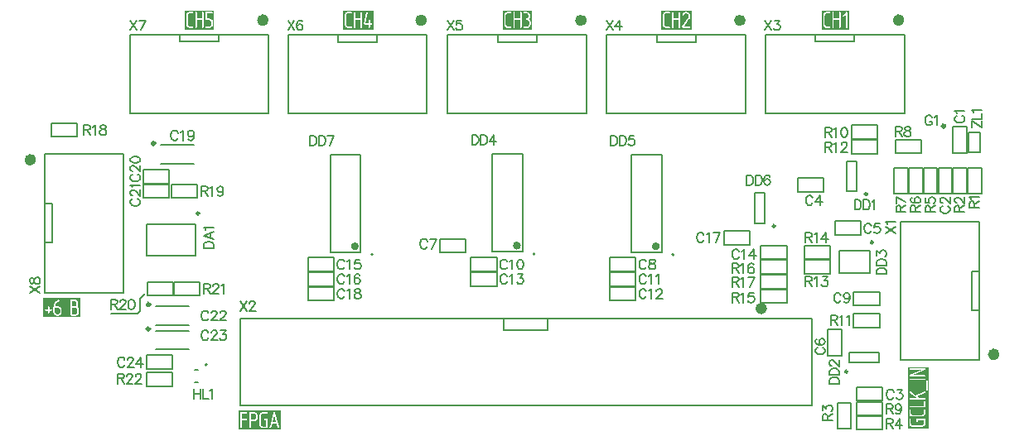
<source format=gto>
G04*
G04 #@! TF.GenerationSoftware,Altium Limited,Altium Designer,21.8.1 (53)*
G04*
G04 Layer_Color=65535*
%FSAX44Y44*%
%MOMM*%
G71*
G04*
G04 #@! TF.SameCoordinates,FA5E87E6-E1E0-4C40-9374-903DC783770A*
G04*
G04*
G04 #@! TF.FilePolarity,Positive*
G04*
G01*
G75*
%ADD10C,0.6000*%
%ADD11C,0.2500*%
%ADD12C,0.2000*%
%ADD13C,0.3000*%
%ADD14C,0.4000*%
%ADD15C,0.1500*%
G36*
X00195615Y00425500D02*
X00165500D01*
Y00444929D01*
X00195615D01*
Y00425500D01*
D02*
G37*
G36*
X00358760D02*
X00327500D01*
Y00444929D01*
X00358760D01*
Y00425500D01*
D02*
G37*
G36*
X00520615D02*
X00490500D01*
Y00444929D01*
X00520615D01*
Y00425500D01*
D02*
G37*
G36*
X00683864D02*
X00652500D01*
Y00444929D01*
X00683864D01*
Y00425500D01*
D02*
G37*
G36*
X00844343D02*
X00816500D01*
Y00444929D01*
X00844343D01*
Y00425500D01*
D02*
G37*
G36*
X00058810Y00150429D02*
Y00131000D01*
X00021200D01*
Y00150429D01*
X00058810D01*
D02*
G37*
G36*
X00263466Y00035429D02*
Y00016000D01*
X00220600D01*
Y00035429D01*
X00263466D01*
D02*
G37*
G36*
X00926268Y00017300D02*
X00904566D01*
Y00080030D01*
X00926268D01*
Y00017300D01*
D02*
G37*
%LPC*%
G36*
X00184799Y00443429D02*
X00183984D01*
X00183862Y00443411D01*
X00183741Y00443394D01*
X00183568Y00443290D01*
X00183498Y00443238D01*
X00183446Y00443203D01*
X00183411Y00443168D01*
X00183394Y00443151D01*
X00183325Y00443047D01*
X00183273Y00442960D01*
X00183203Y00442787D01*
X00183186Y00442735D01*
X00183169Y00442683D01*
Y00442648D01*
Y00442631D01*
Y00436576D01*
X00177947D01*
Y00442631D01*
X00177929Y00442752D01*
X00177912Y00442874D01*
X00177808Y00443047D01*
X00177756Y00443116D01*
X00177721Y00443168D01*
X00177687Y00443186D01*
X00177669Y00443203D01*
X00177565Y00443273D01*
X00177478Y00443342D01*
X00177305Y00443394D01*
X00177235Y00443411D01*
X00177183Y00443429D01*
X00182738D01*
X00176316D01*
X00177131D01*
X00177010Y00443411D01*
X00176889Y00443394D01*
X00176715Y00443290D01*
X00176646Y00443238D01*
X00176594Y00443203D01*
X00176559Y00443168D01*
X00176542Y00443151D01*
X00176472Y00443047D01*
X00176420Y00442960D01*
X00176351Y00442787D01*
X00176333Y00442735D01*
X00176316Y00442683D01*
Y00427798D01*
X00176333Y00427659D01*
X00176368Y00427520D01*
X00176403Y00427416D01*
X00176455Y00427330D01*
X00176507Y00427243D01*
X00176559Y00427191D01*
X00176576Y00427174D01*
X00176594Y00427156D01*
X00176715Y00427104D01*
X00176836Y00427069D01*
X00176923Y00427035D01*
X00176993Y00427017D01*
X00177097Y00427000D01*
X00176316D01*
X00177131D01*
X00177253Y00427017D01*
X00177357Y00427035D01*
X00177548Y00427104D01*
X00177617Y00427139D01*
X00177669Y00427174D01*
X00177704Y00427208D01*
X00177721D01*
X00177791Y00427295D01*
X00177860Y00427382D01*
X00177912Y00427590D01*
X00177929Y00427659D01*
X00177947Y00427729D01*
Y00427781D01*
Y00427798D01*
Y00434963D01*
X00183169D01*
Y00427798D01*
X00183186Y00427659D01*
X00183221Y00427520D01*
X00183255Y00427416D01*
X00183307Y00427330D01*
X00183359Y00427243D01*
X00183411Y00427191D01*
X00183429Y00427174D01*
X00183446Y00427156D01*
X00183568Y00427104D01*
X00183689Y00427069D01*
X00183776Y00427035D01*
X00183845Y00427017D01*
X00183949Y00427000D01*
X00183984D01*
D01*
X00184799D01*
Y00427017D01*
Y00427000D01*
X00183984D01*
X00184105Y00427017D01*
X00184209Y00427035D01*
X00184400Y00427104D01*
X00184470Y00427139D01*
X00184522Y00427174D01*
X00184556Y00427208D01*
X00184574D01*
X00184643Y00427295D01*
X00184713Y00427382D01*
X00184765Y00427590D01*
X00184782Y00427659D01*
X00184799Y00427729D01*
Y00427017D01*
Y00442631D01*
X00184782Y00442752D01*
X00184765Y00442874D01*
X00184660Y00443047D01*
X00184608Y00443116D01*
X00184574Y00443168D01*
X00184539Y00443186D01*
X00184522Y00443203D01*
X00184418Y00443273D01*
X00184331Y00443342D01*
X00184157Y00443394D01*
X00184088Y00443411D01*
X00184036Y00443429D01*
X00184799D01*
D02*
G37*
G36*
X00174321D02*
X00170660D01*
X00170383Y00443411D01*
X00170105Y00443377D01*
X00169845Y00443325D01*
X00169585Y00443255D01*
X00169151Y00443082D01*
X00168943Y00442978D01*
X00168769Y00442874D01*
X00168596Y00442770D01*
X00168457Y00442665D01*
X00168336Y00442579D01*
X00168232Y00442492D01*
X00168145Y00442423D01*
X00168093Y00442370D01*
X00168058Y00442336D01*
X00168041Y00442318D01*
X00167850Y00442110D01*
X00167694Y00441902D01*
X00167555Y00441677D01*
X00167434Y00441451D01*
X00167347Y00441243D01*
X00167260Y00441035D01*
X00167139Y00440636D01*
X00167087Y00440445D01*
X00167052Y00440289D01*
X00167035Y00440133D01*
X00167017Y00440011D01*
X00167000Y00439907D01*
Y00430661D01*
X00167017Y00430383D01*
X00167052Y00430105D01*
X00167104Y00429845D01*
X00167174Y00429602D01*
X00167347Y00429151D01*
X00167451Y00428960D01*
X00167555Y00428787D01*
X00167659Y00428613D01*
X00167763Y00428475D01*
X00167850Y00428353D01*
X00167937Y00428249D01*
X00168006Y00428162D01*
X00168058Y00428110D01*
X00168093Y00428076D01*
X00168110Y00428058D01*
X00168319Y00427867D01*
X00168544Y00427711D01*
X00168752Y00427573D01*
X00168978Y00427451D01*
X00169186Y00427347D01*
X00169411Y00427260D01*
X00169810Y00427139D01*
X00169984Y00427087D01*
X00170140Y00427052D01*
X00170296Y00427035D01*
X00170418Y00427017D01*
X00170522Y00427000D01*
X00173506D01*
X00173644Y00427017D01*
X00173766Y00427035D01*
X00173853Y00427087D01*
X00173939Y00427139D01*
X00174009Y00427174D01*
X00174061Y00427225D01*
X00174078Y00427243D01*
X00174095Y00427260D01*
X00174165Y00427364D01*
X00174234Y00427451D01*
X00174286Y00427642D01*
X00174304Y00427711D01*
X00174321Y00427763D01*
Y00427104D01*
Y00427937D01*
Y00427815D01*
X00174304Y00427920D01*
X00174286Y00428024D01*
X00174200Y00428197D01*
X00174147Y00428249D01*
X00174095Y00428301D01*
X00174078Y00428336D01*
X00174061Y00428353D01*
X00173974Y00428440D01*
X00173870Y00428509D01*
X00173783Y00428544D01*
X00173696Y00428579D01*
X00173610Y00428596D01*
X00173558Y00428613D01*
X00170660D01*
X00170366Y00428631D01*
X00170088Y00428700D01*
X00169845Y00428804D01*
X00169637Y00428908D01*
X00169463Y00429012D01*
X00169325Y00429117D01*
X00169255Y00429186D01*
X00169221Y00429203D01*
X00169030Y00429446D01*
X00168874Y00429689D01*
X00168769Y00429932D01*
X00168700Y00430157D01*
X00168665Y00430366D01*
X00168648Y00430522D01*
X00168631Y00430626D01*
Y00430643D01*
Y00430661D01*
Y00439768D01*
X00168648Y00440081D01*
X00168717Y00440358D01*
X00168822Y00440618D01*
X00168926Y00440826D01*
X00169030Y00441000D01*
X00169134Y00441121D01*
X00169203Y00441191D01*
X00169221Y00441226D01*
X00169463Y00441416D01*
X00169706Y00441572D01*
X00169949Y00441677D01*
X00170175Y00441746D01*
X00170366Y00441781D01*
X00170522Y00441815D01*
X00173506D01*
X00173644Y00441833D01*
X00173766Y00441850D01*
X00173853Y00441902D01*
X00173939Y00441954D01*
X00174009Y00441989D01*
X00174061Y00442041D01*
X00174078Y00442058D01*
X00174095Y00442076D01*
X00174165Y00442180D01*
X00174234Y00442266D01*
X00174286Y00442457D01*
X00174304Y00442527D01*
X00174321Y00442579D01*
Y00435154D01*
Y00442631D01*
X00174304Y00442735D01*
X00174286Y00442839D01*
X00174200Y00443012D01*
X00174147Y00443064D01*
X00174095Y00443116D01*
X00174078Y00443151D01*
X00174061Y00443168D01*
X00173974Y00443255D01*
X00173870Y00443325D01*
X00173783Y00443359D01*
X00173696Y00443394D01*
X00173610Y00443411D01*
X00173558Y00443429D01*
X00174321D01*
D02*
G37*
G36*
X00194115D02*
X00186794D01*
X00187453D01*
X00187332Y00443394D01*
X00187124Y00443307D01*
X00186985Y00443168D01*
X00186898Y00443030D01*
X00186829Y00442891D01*
X00186812Y00442752D01*
X00186794Y00442665D01*
Y00427902D01*
Y00435761D01*
X00186812Y00435622D01*
X00186829Y00435501D01*
X00186916Y00435292D01*
X00187055Y00435154D01*
X00187193Y00435067D01*
X00187332Y00434997D01*
X00187471Y00434980D01*
X00187558Y00434963D01*
X00190455D01*
X00190750Y00434945D01*
X00191027Y00434876D01*
X00191270Y00434772D01*
X00191478Y00434668D01*
X00191652Y00434547D01*
X00191773Y00434460D01*
X00191843Y00434390D01*
X00191877Y00434356D01*
X00192085Y00434130D01*
X00192224Y00433887D01*
X00192328Y00433644D01*
X00192415Y00433419D01*
X00192450Y00433228D01*
X00192467Y00433072D01*
X00192484Y00432968D01*
Y00432950D01*
Y00432933D01*
Y00430661D01*
X00192467Y00430348D01*
X00192398Y00430071D01*
X00192294Y00429810D01*
X00192190Y00429602D01*
X00192068Y00429429D01*
X00191981Y00429307D01*
X00191912Y00429238D01*
X00191877Y00429203D01*
X00191652Y00429012D01*
X00191409Y00428856D01*
X00191166Y00428752D01*
X00190940Y00428683D01*
X00190750Y00428648D01*
X00190593Y00428631D01*
X00190490Y00428613D01*
X00187592D01*
X00187453Y00428596D01*
X00187315Y00428561D01*
X00187211Y00428509D01*
X00187141Y00428457D01*
X00187072Y00428405D01*
X00187020Y00428353D01*
X00187003Y00428318D01*
X00186985Y00428301D01*
X00186916Y00428197D01*
X00186881Y00428093D01*
X00186812Y00427937D01*
X00186794Y00427850D01*
Y00427815D01*
X00186812Y00427694D01*
X00186829Y00427590D01*
X00186898Y00427399D01*
X00186933Y00427330D01*
X00186968Y00427278D01*
X00187003Y00427243D01*
Y00427225D01*
X00187089Y00427156D01*
X00187193Y00427104D01*
X00187384Y00427035D01*
X00187471Y00427017D01*
X00187540Y00427000D01*
X00186794D01*
X00190455D01*
X00190732Y00427017D01*
X00190993Y00427052D01*
X00191253Y00427104D01*
X00191496Y00427174D01*
X00191929Y00427347D01*
X00192138Y00427434D01*
X00192311Y00427538D01*
X00192484Y00427642D01*
X00192623Y00427729D01*
X00192745Y00427833D01*
X00192849Y00427902D01*
X00192936Y00427971D01*
X00192988Y00428024D01*
X00193022Y00428058D01*
X00193040Y00428076D01*
X00193230Y00428284D01*
X00193387Y00428492D01*
X00193543Y00428717D01*
X00193664Y00428926D01*
X00193768Y00429151D01*
X00193855Y00429359D01*
X00193976Y00429776D01*
X00194028Y00429949D01*
X00194063Y00430123D01*
X00194081Y00430279D01*
X00194098Y00430400D01*
X00194115Y00430522D01*
Y00427729D01*
Y00432933D01*
X00194098Y00433211D01*
X00194063Y00433471D01*
X00194011Y00433731D01*
X00193942Y00433957D01*
X00193768Y00434408D01*
X00193682Y00434599D01*
X00193577Y00434772D01*
X00193473Y00434945D01*
X00193387Y00435084D01*
X00193283Y00435206D01*
X00193213Y00435310D01*
X00193144Y00435396D01*
X00193092Y00435449D01*
X00193057Y00435483D01*
X00193040Y00435501D01*
X00192831Y00435691D01*
X00192623Y00435848D01*
X00192398Y00436004D01*
X00192190Y00436125D01*
X00191964Y00436229D01*
X00191756Y00436316D01*
X00191339Y00436437D01*
X00191166Y00436489D01*
X00190993Y00436524D01*
X00190836Y00436541D01*
X00190715Y00436559D01*
X00190593Y00436576D01*
X00188425D01*
Y00441815D01*
X00193300D01*
X00193439Y00441833D01*
X00193560Y00441850D01*
X00193647Y00441902D01*
X00193734Y00441954D01*
X00193803Y00441989D01*
X00193855Y00442041D01*
X00193872Y00442058D01*
X00193890Y00442076D01*
X00193959Y00442180D01*
X00194028Y00442266D01*
X00194081Y00442457D01*
X00194098Y00442527D01*
X00194115Y00442579D01*
Y00432968D01*
Y00442839D01*
Y00442631D01*
X00194098Y00442735D01*
X00194081Y00442839D01*
X00193994Y00443012D01*
X00193942Y00443064D01*
X00193890Y00443116D01*
X00193872Y00443151D01*
X00193855Y00443168D01*
X00193751Y00443255D01*
X00193664Y00443325D01*
X00193560Y00443359D01*
X00193473Y00443394D01*
X00193404Y00443411D01*
X00193352Y00443429D01*
X00194115D01*
D02*
G37*
G36*
X00336321D02*
X00332660D01*
X00332383Y00443411D01*
X00332105Y00443377D01*
X00331845Y00443325D01*
X00331585Y00443255D01*
X00331151Y00443082D01*
X00330943Y00442978D01*
X00330770Y00442874D01*
X00330596Y00442770D01*
X00330457Y00442665D01*
X00330336Y00442579D01*
X00330232Y00442492D01*
X00330145Y00442423D01*
X00330093Y00442370D01*
X00330058Y00442336D01*
X00330041Y00442318D01*
X00329850Y00442110D01*
X00329694Y00441902D01*
X00329555Y00441677D01*
X00329434Y00441451D01*
X00329347Y00441243D01*
X00329260Y00441035D01*
X00329139Y00440636D01*
X00329087Y00440445D01*
X00329052Y00440289D01*
X00329035Y00440133D01*
X00329017Y00440011D01*
X00329000Y00439907D01*
Y00430661D01*
X00329017Y00430383D01*
X00329052Y00430105D01*
X00329104Y00429845D01*
X00329174Y00429602D01*
X00329347Y00429151D01*
X00329451Y00428960D01*
X00329555Y00428787D01*
X00329659Y00428613D01*
X00329763Y00428475D01*
X00329850Y00428353D01*
X00329937Y00428249D01*
X00330006Y00428162D01*
X00330058Y00428110D01*
X00330093Y00428076D01*
X00330110Y00428058D01*
X00330318Y00427867D01*
X00330544Y00427711D01*
X00330752Y00427573D01*
X00330978Y00427451D01*
X00331186Y00427347D01*
X00331411Y00427260D01*
X00331810Y00427139D01*
X00331984Y00427087D01*
X00332140Y00427052D01*
X00332296Y00427035D01*
X00332418Y00427017D01*
X00332522Y00427000D01*
X00335506D01*
X00335644Y00427017D01*
X00335766Y00427035D01*
X00335853Y00427087D01*
X00335939Y00427139D01*
X00336009Y00427174D01*
X00336061Y00427225D01*
X00336078Y00427243D01*
X00336095Y00427260D01*
X00336165Y00427364D01*
X00336234Y00427451D01*
X00336286Y00427642D01*
X00336304Y00427711D01*
X00336321Y00427763D01*
Y00427104D01*
Y00427815D01*
X00336304Y00427920D01*
X00336286Y00428024D01*
X00336199Y00428197D01*
X00336147Y00428249D01*
X00336095Y00428301D01*
X00336078Y00428336D01*
X00336061Y00428353D01*
X00335974Y00428440D01*
X00335870Y00428509D01*
X00335783Y00428544D01*
X00335696Y00428579D01*
X00335610Y00428596D01*
X00335558Y00428613D01*
X00332660D01*
X00332366Y00428631D01*
X00332088Y00428700D01*
X00331845Y00428804D01*
X00331637Y00428908D01*
X00331463Y00429012D01*
X00331325Y00429117D01*
X00331255Y00429186D01*
X00331221Y00429203D01*
X00331030Y00429446D01*
X00330874Y00429689D01*
X00330770Y00429932D01*
X00330700Y00430157D01*
X00330665Y00430366D01*
X00330648Y00430522D01*
X00330631Y00430626D01*
Y00430643D01*
Y00430661D01*
Y00439768D01*
X00330648Y00440081D01*
X00330718Y00440358D01*
X00330822Y00440618D01*
X00330926Y00440826D01*
X00331030Y00441000D01*
X00331134Y00441121D01*
X00331203Y00441191D01*
X00331221Y00441226D01*
X00331463Y00441416D01*
X00331706Y00441572D01*
X00331949Y00441677D01*
X00332175Y00441746D01*
X00332366Y00441781D01*
X00332522Y00441815D01*
X00335506D01*
X00335644Y00441833D01*
X00335766Y00441850D01*
X00335853Y00441902D01*
X00335939Y00441954D01*
X00336009Y00441989D01*
X00336061Y00442041D01*
X00336078Y00442058D01*
X00336095Y00442076D01*
X00336165Y00442180D01*
X00336234Y00442266D01*
X00336286Y00442457D01*
X00336304Y00442527D01*
X00336321Y00442579D01*
Y00435206D01*
Y00442631D01*
D01*
X00336304Y00442735D01*
X00336286Y00442839D01*
X00336199Y00443012D01*
X00336147Y00443064D01*
X00336095Y00443116D01*
X00336078Y00443151D01*
X00336061Y00443168D01*
X00335974Y00443255D01*
X00335870Y00443325D01*
X00335783Y00443359D01*
X00335696Y00443394D01*
X00335610Y00443411D01*
X00335558Y00443429D01*
X00336321D01*
D02*
G37*
G36*
X00357260D02*
X00348777D01*
X00351830D01*
X00351379Y00443273D01*
X00351292Y00443203D01*
X00351223Y00443116D01*
X00351119Y00442926D01*
X00351102Y00442856D01*
X00351084Y00442787D01*
X00351067Y00442752D01*
Y00442735D01*
X00348794Y00431372D01*
X00348777Y00431216D01*
X00348794Y00431094D01*
X00348812Y00430973D01*
X00348898Y00430799D01*
X00348933Y00430730D01*
X00348968Y00430678D01*
X00348985Y00430661D01*
X00349002Y00430643D01*
X00349089Y00430574D01*
X00349193Y00430522D01*
X00349384Y00430452D01*
X00349471Y00430435D01*
X00349540Y00430418D01*
X00353340D01*
Y00427798D01*
X00353357Y00427659D01*
X00353392Y00427520D01*
X00353426Y00427416D01*
X00353478Y00427330D01*
X00353530Y00427243D01*
X00353582Y00427191D01*
X00353600Y00427174D01*
X00353617Y00427156D01*
X00353739Y00427104D01*
X00353860Y00427069D01*
X00353947Y00427035D01*
X00354016Y00427017D01*
X00354120Y00427000D01*
X00354155D01*
X00354276Y00427017D01*
X00354380Y00427035D01*
X00354571Y00427104D01*
X00354641Y00427139D01*
X00354693Y00427174D01*
X00354727Y00427208D01*
X00354745D01*
X00354814Y00427295D01*
X00354883Y00427382D01*
X00354936Y00427590D01*
X00354953Y00427659D01*
X00354970Y00427729D01*
Y00427781D01*
Y00427798D01*
Y00430418D01*
X00356445D01*
X00356584Y00430435D01*
X00356705Y00430452D01*
X00356792Y00430504D01*
X00356879Y00430556D01*
X00356948Y00430591D01*
X00357000Y00430643D01*
X00357017Y00430661D01*
X00357035Y00430678D01*
X00357104Y00430782D01*
X00357174Y00430869D01*
X00357225Y00431059D01*
X00357243Y00431129D01*
X00357260Y00431181D01*
Y00430678D01*
Y00431233D01*
X00357243Y00431337D01*
X00357225Y00431441D01*
X00357139Y00431615D01*
X00357087Y00431667D01*
X00357035Y00431719D01*
X00357017Y00431753D01*
X00357000Y00431771D01*
X00356913Y00431857D01*
X00356809Y00431927D01*
X00356722Y00431962D01*
X00356636Y00431996D01*
X00356549Y00432014D01*
X00356497Y00432031D01*
X00354970D01*
Y00434668D01*
X00354953Y00434789D01*
X00354936Y00434911D01*
X00354832Y00435084D01*
X00354779Y00435154D01*
X00354745Y00435206D01*
X00354710Y00435223D01*
X00354693Y00435240D01*
X00354589Y00435310D01*
X00354502Y00435379D01*
X00354328Y00435431D01*
X00354259Y00435449D01*
X00354207Y00435466D01*
X00354155D01*
X00354034Y00435449D01*
X00353912Y00435431D01*
X00353739Y00435327D01*
X00353669Y00435275D01*
X00353617Y00435240D01*
X00353582Y00435206D01*
X00353565Y00435188D01*
X00353496Y00435084D01*
X00353444Y00434997D01*
X00353374Y00434824D01*
X00353357Y00434772D01*
X00353340Y00434720D01*
Y00434685D01*
Y00434668D01*
Y00432031D01*
X00350529D01*
X00352663Y00442475D01*
X00352680Y00442648D01*
X00352663Y00442770D01*
X00352646Y00442874D01*
X00352559Y00443047D01*
X00352507Y00443116D01*
X00352455Y00443168D01*
X00352437Y00443186D01*
X00352420Y00443203D01*
X00352333Y00443273D01*
X00352229Y00443342D01*
X00352038Y00443394D01*
X00351952Y00443411D01*
X00351882Y00443429D01*
X00357260D01*
D02*
G37*
G36*
X00346799D02*
X00338316D01*
D01*
X00339131D01*
X00339010Y00443411D01*
X00338889Y00443394D01*
X00338715Y00443290D01*
X00338646Y00443238D01*
X00338594Y00443203D01*
X00338559Y00443168D01*
X00338541Y00443151D01*
X00338472Y00443047D01*
X00338420Y00442960D01*
X00338351Y00442787D01*
X00338333Y00442735D01*
X00338316Y00442683D01*
Y00427798D01*
X00338333Y00427659D01*
X00338368Y00427520D01*
X00338403Y00427416D01*
X00338455Y00427330D01*
X00338507Y00427243D01*
X00338559Y00427191D01*
X00338576Y00427174D01*
X00338594Y00427156D01*
X00338715Y00427104D01*
X00338836Y00427069D01*
X00338923Y00427035D01*
X00338993Y00427017D01*
X00339097Y00427000D01*
X00339131D01*
X00339253Y00427017D01*
X00339357Y00427035D01*
X00339548Y00427104D01*
X00339617Y00427139D01*
X00339669Y00427174D01*
X00339704Y00427208D01*
X00339721D01*
X00339791Y00427295D01*
X00339860Y00427382D01*
X00339912Y00427590D01*
X00339929Y00427659D01*
X00339947Y00427729D01*
Y00427781D01*
Y00427798D01*
Y00434963D01*
X00345168D01*
Y00427798D01*
X00345186Y00427659D01*
X00345221Y00427520D01*
X00345255Y00427416D01*
X00345307Y00427330D01*
X00345359Y00427243D01*
X00345411Y00427191D01*
X00345429Y00427174D01*
X00345446Y00427156D01*
X00345568Y00427104D01*
X00345689Y00427069D01*
X00345776Y00427035D01*
X00345845Y00427017D01*
X00345949Y00427000D01*
X00345984D01*
X00346105Y00427017D01*
X00346209Y00427035D01*
X00346400Y00427104D01*
X00346470Y00427139D01*
X00346522Y00427174D01*
X00346556Y00427208D01*
X00346574D01*
X00346643Y00427295D01*
X00346712Y00427382D01*
X00346765Y00427590D01*
X00346782Y00427659D01*
X00346799Y00427729D01*
Y00427017D01*
Y00442631D01*
X00346782Y00442752D01*
X00346765Y00442874D01*
X00346660Y00443047D01*
X00346608Y00443116D01*
X00346574Y00443168D01*
X00346539Y00443186D01*
X00346522Y00443203D01*
X00346418Y00443273D01*
X00346331Y00443342D01*
X00346157Y00443394D01*
X00346088Y00443411D01*
X00346036Y00443429D01*
X00346799D01*
D01*
D02*
G37*
%LPD*%
G36*
X00345863Y00443411D02*
X00345741Y00443394D01*
X00345568Y00443290D01*
X00345498Y00443238D01*
X00345446Y00443203D01*
X00345411Y00443168D01*
X00345394Y00443151D01*
X00345325Y00443047D01*
X00345273Y00442960D01*
X00345203Y00442787D01*
X00345186Y00442735D01*
X00345168Y00442683D01*
Y00442648D01*
Y00442631D01*
Y00436576D01*
X00339947D01*
Y00442631D01*
X00339929Y00442752D01*
X00339912Y00442874D01*
X00339808Y00443047D01*
X00339756Y00443116D01*
X00339721Y00443168D01*
X00339687Y00443186D01*
X00339669Y00443203D01*
X00339565Y00443273D01*
X00339478Y00443342D01*
X00339305Y00443394D01*
X00339235Y00443411D01*
X00339183Y00443429D01*
X00345984D01*
X00345863Y00443411D01*
D02*
G37*
%LPC*%
G36*
X00509799Y00443429D02*
X00508984D01*
X00508862Y00443411D01*
X00508741Y00443394D01*
X00508568Y00443290D01*
X00508498Y00443238D01*
X00508446Y00443203D01*
X00508411Y00443168D01*
X00508394Y00443151D01*
X00508325Y00443047D01*
X00508273Y00442960D01*
X00508203Y00442787D01*
X00508186Y00442735D01*
X00508168Y00442683D01*
Y00442648D01*
Y00442631D01*
Y00436576D01*
X00502947D01*
Y00442631D01*
X00502929Y00442752D01*
X00502912Y00442874D01*
X00502808Y00443047D01*
X00502756Y00443116D01*
X00502721Y00443168D01*
X00502687Y00443186D01*
X00502669Y00443203D01*
X00502565Y00443273D01*
X00502478Y00443342D01*
X00502305Y00443394D01*
X00502235Y00443411D01*
X00502183Y00443429D01*
X00507738D01*
X00501316D01*
X00502131D01*
X00502010Y00443411D01*
X00501889Y00443394D01*
X00501715Y00443290D01*
X00501646Y00443238D01*
X00501594Y00443203D01*
X00501559Y00443168D01*
X00501541Y00443151D01*
X00501472Y00443047D01*
X00501420Y00442960D01*
X00501351Y00442787D01*
X00501333Y00442735D01*
X00501316Y00442683D01*
Y00427798D01*
X00501333Y00427659D01*
X00501368Y00427520D01*
X00501403Y00427416D01*
X00501455Y00427330D01*
X00501507Y00427243D01*
X00501559Y00427191D01*
X00501576Y00427174D01*
X00501594Y00427156D01*
X00501715Y00427104D01*
X00501836Y00427069D01*
X00501923Y00427035D01*
X00501993Y00427017D01*
X00502097Y00427000D01*
X00501316D01*
X00502131D01*
X00502253Y00427017D01*
X00502357Y00427035D01*
X00502548Y00427104D01*
X00502617Y00427139D01*
X00502669Y00427174D01*
X00502704Y00427208D01*
X00502721D01*
X00502791Y00427295D01*
X00502860Y00427382D01*
X00502912Y00427590D01*
X00502929Y00427659D01*
X00502947Y00427729D01*
Y00427781D01*
Y00427798D01*
Y00434963D01*
X00508168D01*
Y00427798D01*
X00508186Y00427659D01*
X00508221Y00427520D01*
X00508255Y00427416D01*
X00508307Y00427330D01*
X00508359Y00427243D01*
X00508411Y00427191D01*
X00508429Y00427174D01*
X00508446Y00427156D01*
X00508568Y00427104D01*
X00508689Y00427069D01*
X00508776Y00427035D01*
X00508845Y00427017D01*
X00508949Y00427000D01*
X00508984D01*
D01*
X00509799D01*
Y00427017D01*
Y00427000D01*
X00508984D01*
X00509105Y00427017D01*
X00509209Y00427035D01*
X00509400Y00427104D01*
X00509470Y00427139D01*
X00509522Y00427174D01*
X00509556Y00427208D01*
X00509574D01*
X00509643Y00427295D01*
X00509712Y00427382D01*
X00509765Y00427590D01*
X00509782Y00427659D01*
X00509799Y00427729D01*
Y00427017D01*
Y00442631D01*
X00509782Y00442752D01*
X00509765Y00442874D01*
X00509660Y00443047D01*
X00509608Y00443116D01*
X00509574Y00443168D01*
X00509539Y00443186D01*
X00509522Y00443203D01*
X00509418Y00443273D01*
X00509331Y00443342D01*
X00509157Y00443394D01*
X00509088Y00443411D01*
X00509036Y00443429D01*
X00509799D01*
D02*
G37*
G36*
X00499321D02*
X00495661D01*
X00495383Y00443411D01*
X00495105Y00443377D01*
X00494845Y00443325D01*
X00494585Y00443255D01*
X00494151Y00443082D01*
X00493943Y00442978D01*
X00493769Y00442874D01*
X00493596Y00442770D01*
X00493457Y00442665D01*
X00493336Y00442579D01*
X00493232Y00442492D01*
X00493145Y00442423D01*
X00493093Y00442370D01*
X00493058Y00442336D01*
X00493041Y00442318D01*
X00492850Y00442110D01*
X00492694Y00441902D01*
X00492555Y00441677D01*
X00492434Y00441451D01*
X00492347Y00441243D01*
X00492260Y00441035D01*
X00492139Y00440636D01*
X00492087Y00440445D01*
X00492052Y00440289D01*
X00492035Y00440133D01*
X00492017Y00440011D01*
X00492000Y00439907D01*
Y00430661D01*
X00492017Y00430383D01*
X00492052Y00430105D01*
X00492104Y00429845D01*
X00492174Y00429602D01*
X00492347Y00429151D01*
X00492451Y00428960D01*
X00492555Y00428787D01*
X00492659Y00428613D01*
X00492763Y00428475D01*
X00492850Y00428353D01*
X00492937Y00428249D01*
X00493006Y00428162D01*
X00493058Y00428110D01*
X00493093Y00428076D01*
X00493110Y00428058D01*
X00493318Y00427867D01*
X00493544Y00427711D01*
X00493752Y00427573D01*
X00493978Y00427451D01*
X00494186Y00427347D01*
X00494411Y00427260D01*
X00494810Y00427139D01*
X00494984Y00427087D01*
X00495140Y00427052D01*
X00495296Y00427035D01*
X00495418Y00427017D01*
X00495522Y00427000D01*
X00498506D01*
X00498644Y00427017D01*
X00498766Y00427035D01*
X00498853Y00427087D01*
X00498939Y00427139D01*
X00499009Y00427174D01*
X00499061Y00427225D01*
X00499078Y00427243D01*
X00499095Y00427260D01*
X00499165Y00427364D01*
X00499234Y00427451D01*
X00499286Y00427642D01*
X00499304Y00427711D01*
X00499321Y00427763D01*
Y00427104D01*
Y00427815D01*
X00499304Y00427920D01*
X00499286Y00428024D01*
X00499199Y00428197D01*
X00499147Y00428249D01*
X00499095Y00428301D01*
X00499078Y00428336D01*
X00499061Y00428353D01*
X00498974Y00428440D01*
X00498870Y00428509D01*
X00498783Y00428544D01*
X00498696Y00428579D01*
X00498610Y00428596D01*
X00498558Y00428613D01*
X00495661D01*
X00495366Y00428631D01*
X00495088Y00428700D01*
X00494845Y00428804D01*
X00494637Y00428908D01*
X00494464Y00429012D01*
X00494325Y00429117D01*
X00494255Y00429186D01*
X00494221Y00429203D01*
X00494030Y00429446D01*
X00493874Y00429689D01*
X00493769Y00429932D01*
X00493700Y00430157D01*
X00493665Y00430366D01*
X00493648Y00430522D01*
X00493631Y00430626D01*
Y00430643D01*
Y00430661D01*
Y00439768D01*
X00493648Y00440081D01*
X00493717Y00440358D01*
X00493822Y00440618D01*
X00493926Y00440826D01*
X00494030Y00441000D01*
X00494134Y00441121D01*
X00494203Y00441191D01*
X00494221Y00441226D01*
X00494464Y00441416D01*
X00494706Y00441572D01*
X00494949Y00441677D01*
X00495175Y00441746D01*
X00495366Y00441781D01*
X00495522Y00441815D01*
X00498506D01*
X00498644Y00441833D01*
X00498766Y00441850D01*
X00498853Y00441902D01*
X00498939Y00441954D01*
X00499009Y00441989D01*
X00499061Y00442041D01*
X00499078Y00442058D01*
X00499095Y00442076D01*
X00499165Y00442180D01*
X00499234Y00442266D01*
X00499286Y00442457D01*
X00499304Y00442527D01*
X00499321Y00442579D01*
Y00435015D01*
Y00442631D01*
X00499304Y00442735D01*
X00499286Y00442839D01*
X00499199Y00443012D01*
X00499147Y00443064D01*
X00499095Y00443116D01*
X00499078Y00443151D01*
X00499061Y00443168D01*
X00498974Y00443255D01*
X00498870Y00443325D01*
X00498783Y00443359D01*
X00498696Y00443394D01*
X00498610Y00443411D01*
X00498558Y00443429D01*
X00499321D01*
D02*
G37*
G36*
X00515038D02*
X00512592D01*
X00512453Y00443411D01*
X00512315Y00443377D01*
X00512211Y00443325D01*
X00512141Y00443273D01*
X00512072Y00443221D01*
X00512020Y00443168D01*
X00512002Y00443134D01*
X00511985Y00443116D01*
X00511916Y00443012D01*
X00511881Y00442908D01*
X00511812Y00442752D01*
X00511794Y00442665D01*
Y00442631D01*
X00511812Y00442509D01*
X00511829Y00442405D01*
X00511898Y00442214D01*
X00511933Y00442145D01*
X00511968Y00442093D01*
X00512002Y00442058D01*
Y00442041D01*
X00512089Y00441972D01*
X00512193Y00441920D01*
X00512384Y00441850D01*
X00512471Y00441833D01*
X00512540Y00441815D01*
X00514882D01*
X00515195Y00441798D01*
X00515472Y00441729D01*
X00515715Y00441624D01*
X00515923Y00441521D01*
X00516097Y00441399D01*
X00516218Y00441312D01*
X00516305Y00441243D01*
X00516322Y00441208D01*
X00516513Y00440983D01*
X00516669Y00440740D01*
X00516773Y00440497D01*
X00516843Y00440271D01*
X00516877Y00440063D01*
X00516912Y00439907D01*
Y00439803D01*
Y00439786D01*
Y00439768D01*
Y00438641D01*
X00516895Y00438328D01*
X00516825Y00438051D01*
X00516721Y00437791D01*
X00516617Y00437582D01*
X00516513Y00437409D01*
X00516409Y00437287D01*
X00516339Y00437218D01*
X00516322Y00437183D01*
X00516097Y00436993D01*
X00515854Y00436836D01*
X00515611Y00436732D01*
X00515385Y00436663D01*
X00515177Y00436628D01*
X00515021Y00436611D01*
X00514917Y00436594D01*
X00514882D01*
X00514743Y00436576D01*
X00514605Y00436541D01*
X00514501Y00436489D01*
X00514431Y00436437D01*
X00514362Y00436385D01*
X00514310Y00436333D01*
X00514292Y00436299D01*
X00514275Y00436281D01*
X00514206Y00436177D01*
X00514171Y00436073D01*
X00514102Y00435917D01*
X00514084Y00435830D01*
Y00435796D01*
X00514102Y00435674D01*
X00514119Y00435570D01*
X00514188Y00435379D01*
X00514223Y00435310D01*
X00514258Y00435258D01*
X00514292Y00435223D01*
Y00435206D01*
X00514379Y00435136D01*
X00514483Y00435084D01*
X00514674Y00435015D01*
X00514761Y00434997D01*
X00514830Y00434980D01*
X00515455D01*
X00515767Y00434963D01*
X00516045Y00434893D01*
X00516287Y00434789D01*
X00516496Y00434685D01*
X00516669Y00434564D01*
X00516791Y00434477D01*
X00516860Y00434408D01*
X00516895Y00434373D01*
X00517085Y00434147D01*
X00517242Y00433905D01*
X00517346Y00433662D01*
X00517415Y00433436D01*
X00517450Y00433228D01*
X00517485Y00433072D01*
Y00432968D01*
Y00432950D01*
Y00432933D01*
Y00430661D01*
X00517467Y00430348D01*
X00517398Y00430071D01*
X00517294Y00429810D01*
X00517190Y00429602D01*
X00517068Y00429429D01*
X00516981Y00429307D01*
X00516912Y00429238D01*
X00516877Y00429203D01*
X00516652Y00429012D01*
X00516409Y00428856D01*
X00516166Y00428752D01*
X00515941Y00428683D01*
X00515732Y00428648D01*
X00515576Y00428631D01*
X00515472Y00428613D01*
X00512592D01*
X00512453Y00428596D01*
X00512315Y00428561D01*
X00512211Y00428509D01*
X00512141Y00428457D01*
X00512072Y00428405D01*
X00512020Y00428353D01*
X00512002Y00428318D01*
X00511985Y00428301D01*
X00511916Y00428197D01*
X00511881Y00428093D01*
X00511812Y00427937D01*
X00511794Y00427850D01*
Y00427815D01*
X00511812Y00427694D01*
X00511829Y00427590D01*
X00511898Y00427399D01*
X00511933Y00427330D01*
X00511968Y00427278D01*
X00512002Y00427243D01*
Y00427225D01*
X00512089Y00427156D01*
X00512193Y00427104D01*
X00512384Y00427035D01*
X00512471Y00427017D01*
X00512540Y00427000D01*
X00511794D01*
D01*
X00519115D01*
Y00432933D01*
X00519098Y00433315D01*
X00519029Y00433662D01*
X00518942Y00433991D01*
X00518838Y00434286D01*
X00518716Y00434512D01*
X00518629Y00434703D01*
X00518595Y00434772D01*
X00518560Y00434824D01*
X00518543Y00434841D01*
Y00434859D01*
X00518335Y00435171D01*
X00518109Y00435414D01*
X00517901Y00435622D01*
X00517710Y00435778D01*
X00517537Y00435900D01*
X00517415Y00435969D01*
X00517328Y00436004D01*
X00517294Y00436021D01*
X00517502Y00436177D01*
X00517693Y00436351D01*
X00517831Y00436507D01*
X00517970Y00436680D01*
X00518074Y00436819D01*
X00518144Y00436940D01*
X00518178Y00437010D01*
X00518196Y00437045D01*
X00518265Y00437183D01*
X00518335Y00437305D01*
X00518404Y00437530D01*
X00518439Y00437635D01*
X00518456Y00437704D01*
Y00437738D01*
Y00437756D01*
X00518543Y00437999D01*
Y00438259D01*
Y00438641D01*
Y00439768D01*
X00518525Y00440046D01*
X00518491Y00440323D01*
X00518439Y00440566D01*
X00518387Y00440809D01*
X00518213Y00441260D01*
X00518109Y00441451D01*
X00518022Y00441642D01*
X00517918Y00441798D01*
X00517814Y00441937D01*
X00517727Y00442058D01*
X00517658Y00442162D01*
X00517589Y00442249D01*
X00517537Y00442301D01*
X00517502Y00442336D01*
X00517485Y00442353D01*
X00517276Y00442544D01*
X00517068Y00442700D01*
X00516860Y00442856D01*
X00516634Y00442978D01*
X00516409Y00443082D01*
X00516201Y00443168D01*
X00515784Y00443290D01*
X00515594Y00443342D01*
X00515420Y00443377D01*
X00515281Y00443394D01*
X00515143Y00443411D01*
X00515038Y00443429D01*
D02*
G37*
%LPD*%
G36*
X00519115Y00427000D02*
X00515455D01*
X00515732Y00427017D01*
X00515993Y00427052D01*
X00516253Y00427104D01*
X00516496Y00427174D01*
X00516929Y00427330D01*
X00517137Y00427434D01*
X00517311Y00427538D01*
X00517485Y00427625D01*
X00517623Y00427729D01*
X00517745Y00427815D01*
X00517849Y00427902D01*
X00517936Y00427954D01*
X00517988Y00428006D01*
X00518022Y00428041D01*
X00518040Y00428058D01*
X00518231Y00428266D01*
X00518387Y00428475D01*
X00518543Y00428700D01*
X00518664Y00428926D01*
X00518768Y00429134D01*
X00518855Y00429359D01*
X00518977Y00429758D01*
X00519029Y00429949D01*
X00519063Y00430123D01*
X00519081Y00430279D01*
X00519098Y00430400D01*
X00519115Y00430522D01*
Y00427000D01*
D02*
G37*
%LPC*%
G36*
X00677923Y00443429D02*
X00677854D01*
D01*
D01*
D01*
X00673812D01*
X00677854D01*
X00677403Y00443394D01*
X00676969Y00443325D01*
X00676587Y00443221D01*
X00676258Y00443099D01*
X00675997Y00442960D01*
X00675876Y00442908D01*
X00675789Y00442856D01*
X00675720Y00442822D01*
X00675668Y00442787D01*
X00675633Y00442752D01*
X00675616D01*
X00675234Y00442440D01*
X00674922Y00442093D01*
X00674644Y00441729D01*
X00674419Y00441364D01*
X00674245Y00441035D01*
X00674176Y00440896D01*
X00674124Y00440774D01*
X00674072Y00440670D01*
X00674037Y00440601D01*
X00674020Y00440549D01*
Y00440532D01*
X00673985Y00440323D01*
X00674003Y00440185D01*
X00674020Y00440063D01*
X00674054Y00439959D01*
X00674107Y00439855D01*
X00674159Y00439786D01*
X00674193Y00439734D01*
X00674211Y00439716D01*
X00674228Y00439699D01*
X00674332Y00439630D01*
X00674436Y00439577D01*
X00674644Y00439525D01*
X00674731Y00439508D01*
X00674800Y00439491D01*
X00674870D01*
X00675026Y00439525D01*
X00675147Y00439560D01*
X00675234Y00439595D01*
X00675269Y00439612D01*
X00675408Y00439734D01*
X00675494Y00439872D01*
X00675546Y00439977D01*
X00675564Y00439994D01*
Y00440011D01*
X00675720Y00440358D01*
X00675893Y00440653D01*
X00676049Y00440879D01*
X00676223Y00441069D01*
X00676362Y00441226D01*
X00676466Y00441330D01*
X00676535Y00441382D01*
X00676570Y00441399D01*
X00676813Y00441538D01*
X00677038Y00441642D01*
X00677264Y00441711D01*
X00677472Y00441763D01*
X00677646Y00441798D01*
X00677784Y00441815D01*
X00678097D01*
X00678288Y00441781D01*
X00678461Y00441746D01*
X00678617Y00441711D01*
X00678756Y00441677D01*
X00678860Y00441642D01*
X00678929Y00441624D01*
X00678947Y00441607D01*
X00679137Y00441521D01*
X00679311Y00441434D01*
X00679467Y00441347D01*
X00679589Y00441260D01*
X00679693Y00441174D01*
X00679779Y00441104D01*
X00679831Y00441069D01*
X00679849Y00441052D01*
X00680005Y00440913D01*
X00680126Y00440774D01*
X00680248Y00440618D01*
X00680335Y00440462D01*
X00680491Y00440167D01*
X00680595Y00439890D01*
X00680647Y00439647D01*
X00680682Y00439456D01*
X00680699Y00439387D01*
Y00439335D01*
Y00439300D01*
Y00439282D01*
X00680682Y00438988D01*
X00680664Y00438866D01*
X00680630Y00438745D01*
X00680612Y00438658D01*
X00680577Y00438589D01*
X00680560Y00438537D01*
Y00438519D01*
X00680404Y00438155D01*
X00680178Y00437704D01*
X00673898Y00428214D01*
X00673846Y00428093D01*
X00673829Y00427989D01*
X00673812Y00427885D01*
Y00427850D01*
X00673829Y00427729D01*
X00673846Y00427625D01*
X00673916Y00427434D01*
X00673950Y00427364D01*
X00673985Y00427312D01*
X00674020Y00427278D01*
Y00427260D01*
X00674124Y00427174D01*
X00674245Y00427104D01*
X00674332Y00427069D01*
X00674419Y00427035D01*
X00674506Y00427017D01*
X00674558Y00427000D01*
X00673812D01*
X00681428D01*
X00681566Y00427017D01*
X00681688Y00427035D01*
X00681792Y00427087D01*
X00681879Y00427139D01*
X00681948Y00427174D01*
X00682000Y00427225D01*
X00682017Y00427243D01*
X00682035Y00427260D01*
X00682104Y00427364D01*
X00682156Y00427451D01*
X00682225Y00427642D01*
Y00427711D01*
X00682243Y00427763D01*
Y00427798D01*
Y00427815D01*
X00682225Y00427920D01*
X00682208Y00428024D01*
X00682121Y00428197D01*
X00682069Y00428249D01*
X00682017Y00428301D01*
X00682000Y00428336D01*
X00681983Y00428353D01*
X00681896Y00428440D01*
X00681792Y00428509D01*
X00681705Y00428544D01*
X00681618Y00428579D01*
X00681532Y00428596D01*
X00681479Y00428613D01*
X00675928D01*
X00681532Y00436802D01*
X00681688Y00437079D01*
X00681826Y00437322D01*
X00681931Y00437548D01*
X00682017Y00437738D01*
X00682087Y00437895D01*
X00682139Y00438016D01*
X00682173Y00438103D01*
Y00438120D01*
X00682243Y00438328D01*
X00682278Y00438537D01*
X00682312Y00438745D01*
X00682347Y00438918D01*
Y00439074D01*
X00682364Y00439178D01*
Y00428596D01*
Y00439282D01*
X00682347Y00439595D01*
X00682312Y00439890D01*
X00682243Y00440150D01*
X00682156Y00440410D01*
X00682052Y00440636D01*
X00681931Y00440844D01*
X00681809Y00441035D01*
X00681688Y00441208D01*
X00681566Y00441347D01*
X00681445Y00441486D01*
X00681323Y00441590D01*
X00681219Y00441677D01*
X00681133Y00441746D01*
X00681063Y00441798D01*
X00681029Y00441815D01*
X00681011Y00441833D01*
X00680734Y00442110D01*
X00680456Y00442353D01*
X00680178Y00442579D01*
X00679918Y00442752D01*
X00679641Y00442908D01*
X00679380Y00443047D01*
X00679137Y00443151D01*
X00678895Y00443238D01*
X00678669Y00443290D01*
X00678478Y00443342D01*
X00678305Y00443377D01*
X00678149Y00443411D01*
X00678027D01*
X00677923Y00443429D01*
D02*
G37*
G36*
X00661321D02*
X00657661D01*
X00657383Y00443411D01*
X00657105Y00443377D01*
X00656845Y00443325D01*
X00656585Y00443255D01*
X00656151Y00443082D01*
X00655943Y00442978D01*
X00655770Y00442874D01*
X00655596Y00442770D01*
X00655457Y00442665D01*
X00655336Y00442579D01*
X00655232Y00442492D01*
X00655145Y00442423D01*
X00655093Y00442370D01*
X00655058Y00442336D01*
X00655041Y00442318D01*
X00654850Y00442110D01*
X00654694Y00441902D01*
X00654555Y00441677D01*
X00654434Y00441451D01*
X00654347Y00441243D01*
X00654260Y00441035D01*
X00654139Y00440636D01*
X00654087Y00440445D01*
X00654052Y00440289D01*
X00654035Y00440133D01*
X00654017Y00440011D01*
X00654000Y00439907D01*
Y00430661D01*
X00654017Y00430383D01*
X00654052Y00430105D01*
X00654104Y00429845D01*
X00654174Y00429602D01*
X00654347Y00429151D01*
X00654451Y00428960D01*
X00654555Y00428787D01*
X00654659Y00428613D01*
X00654763Y00428475D01*
X00654850Y00428353D01*
X00654937Y00428249D01*
X00655006Y00428162D01*
X00655058Y00428110D01*
X00655093Y00428076D01*
X00655110Y00428058D01*
X00655319Y00427867D01*
X00655544Y00427711D01*
X00655752Y00427573D01*
X00655978Y00427451D01*
X00656186Y00427347D01*
X00656411Y00427260D01*
X00656810Y00427139D01*
X00656984Y00427087D01*
X00657140Y00427052D01*
X00657296Y00427035D01*
X00657418Y00427017D01*
X00657522Y00427000D01*
X00660506D01*
X00660644Y00427017D01*
X00660766Y00427035D01*
X00660853Y00427087D01*
X00660939Y00427139D01*
X00661009Y00427174D01*
X00661061Y00427225D01*
X00661078Y00427243D01*
X00661095Y00427260D01*
X00661165Y00427364D01*
X00661234Y00427451D01*
X00661286Y00427642D01*
X00661304Y00427711D01*
X00661321Y00427763D01*
Y00427069D01*
Y00427867D01*
Y00427815D01*
X00661304Y00427920D01*
X00661286Y00428024D01*
X00661199Y00428197D01*
X00661147Y00428249D01*
X00661095Y00428301D01*
X00661078Y00428336D01*
X00661061Y00428353D01*
X00660974Y00428440D01*
X00660870Y00428509D01*
X00660783Y00428544D01*
X00660696Y00428579D01*
X00660610Y00428596D01*
X00660558Y00428613D01*
X00657661D01*
X00657365Y00428631D01*
X00657088Y00428700D01*
X00656845Y00428804D01*
X00656637Y00428908D01*
X00656463Y00429012D01*
X00656325Y00429117D01*
X00656255Y00429186D01*
X00656221Y00429203D01*
X00656030Y00429446D01*
X00655874Y00429689D01*
X00655770Y00429932D01*
X00655700Y00430157D01*
X00655665Y00430366D01*
X00655648Y00430522D01*
X00655631Y00430626D01*
Y00430643D01*
Y00430661D01*
Y00439768D01*
X00655648Y00440081D01*
X00655717Y00440358D01*
X00655822Y00440618D01*
X00655926Y00440826D01*
X00656030Y00441000D01*
X00656134Y00441121D01*
X00656203Y00441191D01*
X00656221Y00441226D01*
X00656463Y00441416D01*
X00656706Y00441572D01*
X00656949Y00441677D01*
X00657175Y00441746D01*
X00657365Y00441781D01*
X00657522Y00441815D01*
X00660506D01*
X00660644Y00441833D01*
X00660766Y00441850D01*
X00660853Y00441902D01*
X00660939Y00441954D01*
X00661009Y00441989D01*
X00661061Y00442041D01*
X00661078Y00442058D01*
X00661095Y00442076D01*
X00661165Y00442180D01*
X00661234Y00442266D01*
X00661286Y00442457D01*
X00661304Y00442527D01*
X00661321Y00442579D01*
Y00436576D01*
Y00442631D01*
D01*
X00661304Y00442735D01*
X00661286Y00442839D01*
X00661199Y00443012D01*
X00661147Y00443064D01*
X00661095Y00443116D01*
X00661078Y00443151D01*
X00661061Y00443168D01*
X00660974Y00443255D01*
X00660870Y00443325D01*
X00660783Y00443359D01*
X00660696Y00443394D01*
X00660610Y00443411D01*
X00660558Y00443429D01*
X00661321D01*
D02*
G37*
G36*
X00671799D02*
X00670984D01*
X00670862Y00443411D01*
X00670741Y00443394D01*
X00670567Y00443290D01*
X00670498Y00443238D01*
X00670446Y00443203D01*
X00670411Y00443168D01*
X00670394Y00443151D01*
X00670325Y00443047D01*
X00670273Y00442960D01*
X00670203Y00442787D01*
X00670186Y00442735D01*
X00670169Y00442683D01*
Y00442648D01*
Y00442631D01*
Y00436576D01*
X00664947D01*
Y00442631D01*
X00664929Y00442752D01*
X00664912Y00442874D01*
X00664808Y00443047D01*
X00664756Y00443116D01*
X00664721Y00443168D01*
X00664687Y00443186D01*
X00664669Y00443203D01*
X00664565Y00443273D01*
X00664478Y00443342D01*
X00664305Y00443394D01*
X00664235Y00443411D01*
X00664183Y00443429D01*
X00669738D01*
X00663316D01*
X00664131D01*
X00664010Y00443411D01*
X00663888Y00443394D01*
X00663715Y00443290D01*
X00663646Y00443238D01*
X00663594Y00443203D01*
X00663559Y00443168D01*
X00663541Y00443151D01*
X00663472Y00443047D01*
X00663420Y00442960D01*
X00663351Y00442787D01*
X00663333Y00442735D01*
X00663316Y00442683D01*
Y00427798D01*
X00663333Y00427659D01*
X00663368Y00427520D01*
X00663403Y00427416D01*
X00663455Y00427330D01*
X00663507Y00427243D01*
X00663559Y00427191D01*
X00663576Y00427174D01*
X00663594Y00427156D01*
X00663715Y00427104D01*
X00663836Y00427069D01*
X00663923Y00427035D01*
X00663993Y00427017D01*
X00664097Y00427000D01*
X00663316D01*
X00664131D01*
X00664253Y00427017D01*
X00664357Y00427035D01*
X00664548Y00427104D01*
X00664617Y00427139D01*
X00664669Y00427174D01*
X00664704Y00427208D01*
X00664721D01*
X00664791Y00427295D01*
X00664860Y00427382D01*
X00664912Y00427590D01*
X00664929Y00427659D01*
X00664947Y00427729D01*
Y00427781D01*
Y00427798D01*
Y00434963D01*
X00670169D01*
Y00427798D01*
X00670186Y00427659D01*
X00670221Y00427520D01*
X00670255Y00427416D01*
X00670307Y00427330D01*
X00670359Y00427243D01*
X00670411Y00427191D01*
X00670429Y00427174D01*
X00670446Y00427156D01*
X00670567Y00427104D01*
X00670689Y00427069D01*
X00670776Y00427035D01*
X00670845Y00427017D01*
X00670949Y00427000D01*
X00670984D01*
D01*
X00671799D01*
Y00427017D01*
Y00427000D01*
X00670984D01*
X00671105Y00427017D01*
X00671209Y00427035D01*
X00671400Y00427104D01*
X00671470Y00427139D01*
X00671522Y00427174D01*
X00671556Y00427208D01*
X00671574D01*
X00671643Y00427295D01*
X00671712Y00427382D01*
X00671765Y00427590D01*
X00671782Y00427659D01*
X00671799Y00427729D01*
Y00427017D01*
Y00442631D01*
X00671782Y00442752D01*
X00671765Y00442874D01*
X00671661Y00443047D01*
X00671608Y00443116D01*
X00671574Y00443168D01*
X00671539Y00443186D01*
X00671522Y00443203D01*
X00671418Y00443273D01*
X00671331Y00443342D01*
X00671157Y00443394D01*
X00671088Y00443411D01*
X00671036Y00443429D01*
X00671799D01*
D02*
G37*
G36*
X00825321D02*
X00821661D01*
X00821383Y00443411D01*
X00821105Y00443377D01*
X00820845Y00443325D01*
X00820585Y00443255D01*
X00820151Y00443082D01*
X00819943Y00442978D01*
X00819770Y00442874D01*
X00819596Y00442770D01*
X00819457Y00442665D01*
X00819336Y00442579D01*
X00819232Y00442492D01*
X00819145Y00442423D01*
X00819093Y00442370D01*
X00819058Y00442336D01*
X00819041Y00442318D01*
X00818850Y00442110D01*
X00818694Y00441902D01*
X00818555Y00441677D01*
X00818434Y00441451D01*
X00818347Y00441243D01*
X00818260Y00441035D01*
X00818139Y00440636D01*
X00818087Y00440445D01*
X00818052Y00440289D01*
X00818035Y00440133D01*
X00818017Y00440011D01*
X00818000Y00439907D01*
Y00430661D01*
X00818017Y00430383D01*
X00818052Y00430105D01*
X00818104Y00429845D01*
X00818174Y00429602D01*
X00818347Y00429151D01*
X00818451Y00428960D01*
X00818555Y00428787D01*
X00818659Y00428613D01*
X00818763Y00428475D01*
X00818850Y00428353D01*
X00818937Y00428249D01*
X00819006Y00428162D01*
X00819058Y00428110D01*
X00819093Y00428076D01*
X00819110Y00428058D01*
X00819318Y00427867D01*
X00819544Y00427711D01*
X00819752Y00427573D01*
X00819978Y00427451D01*
X00820186Y00427347D01*
X00820411Y00427260D01*
X00820810Y00427139D01*
X00820984Y00427087D01*
X00821140Y00427052D01*
X00821296Y00427035D01*
X00821418Y00427017D01*
X00821522Y00427000D01*
X00824506D01*
X00824644Y00427017D01*
X00824766Y00427035D01*
X00824853Y00427087D01*
X00824939Y00427139D01*
X00825009Y00427174D01*
X00825061Y00427225D01*
X00825078Y00427243D01*
X00825095Y00427260D01*
X00825165Y00427364D01*
X00825234Y00427451D01*
X00825286Y00427642D01*
X00825304Y00427711D01*
X00825321Y00427763D01*
Y00427087D01*
Y00428509D01*
Y00427815D01*
X00825304Y00427920D01*
X00825286Y00428024D01*
X00825200Y00428197D01*
X00825147Y00428249D01*
X00825095Y00428301D01*
X00825078Y00428336D01*
X00825061Y00428353D01*
X00824974Y00428440D01*
X00824870Y00428509D01*
X00824783Y00428544D01*
X00824696Y00428579D01*
X00824610Y00428596D01*
X00824558Y00428613D01*
X00821661D01*
X00821366Y00428631D01*
X00821088Y00428700D01*
X00820845Y00428804D01*
X00820637Y00428908D01*
X00820463Y00429012D01*
X00820325Y00429117D01*
X00820255Y00429186D01*
X00820221Y00429203D01*
X00820030Y00429446D01*
X00819874Y00429689D01*
X00819770Y00429932D01*
X00819700Y00430157D01*
X00819665Y00430366D01*
X00819648Y00430522D01*
X00819631Y00430626D01*
Y00430643D01*
Y00430661D01*
Y00439768D01*
X00819648Y00440081D01*
X00819717Y00440358D01*
X00819822Y00440618D01*
X00819926Y00440826D01*
X00820030Y00441000D01*
X00820134Y00441121D01*
X00820203Y00441191D01*
X00820221Y00441226D01*
X00820463Y00441416D01*
X00820706Y00441572D01*
X00820949Y00441677D01*
X00821175Y00441746D01*
X00821366Y00441781D01*
X00821522Y00441815D01*
X00824506D01*
X00824644Y00441833D01*
X00824766Y00441850D01*
X00824853Y00441902D01*
X00824939Y00441954D01*
X00825009Y00441989D01*
X00825061Y00442041D01*
X00825078Y00442058D01*
X00825095Y00442076D01*
X00825165Y00442180D01*
X00825234Y00442266D01*
X00825286Y00442457D01*
X00825304Y00442527D01*
X00825321Y00442579D01*
Y00440289D01*
Y00442631D01*
D01*
X00825304Y00442735D01*
X00825286Y00442839D01*
X00825200Y00443012D01*
X00825147Y00443064D01*
X00825095Y00443116D01*
X00825078Y00443151D01*
X00825061Y00443168D01*
X00824974Y00443255D01*
X00824870Y00443325D01*
X00824783Y00443359D01*
X00824696Y00443394D01*
X00824610Y00443411D01*
X00824558Y00443429D01*
X00825321D01*
D02*
G37*
G36*
X00835799D02*
X00827316D01*
D01*
X00828131D01*
X00828010Y00443411D01*
X00827888Y00443394D01*
X00827715Y00443290D01*
X00827646Y00443238D01*
X00827594Y00443203D01*
X00827559Y00443168D01*
X00827542Y00443151D01*
X00827472Y00443047D01*
X00827420Y00442960D01*
X00827351Y00442787D01*
X00827333Y00442735D01*
X00827316Y00442683D01*
Y00427798D01*
X00827333Y00427659D01*
X00827368Y00427520D01*
X00827403Y00427416D01*
X00827455Y00427330D01*
X00827507Y00427243D01*
X00827559Y00427191D01*
X00827576Y00427174D01*
X00827594Y00427156D01*
X00827715Y00427104D01*
X00827836Y00427069D01*
X00827923Y00427035D01*
X00827993Y00427017D01*
X00828097Y00427000D01*
X00828131D01*
X00828253Y00427017D01*
X00828357Y00427035D01*
X00828548Y00427104D01*
X00828617Y00427139D01*
X00828669Y00427174D01*
X00828704Y00427208D01*
X00828721D01*
X00828791Y00427295D01*
X00828860Y00427382D01*
X00828912Y00427590D01*
X00828929Y00427659D01*
X00828947Y00427729D01*
Y00427781D01*
Y00427798D01*
Y00434963D01*
X00834168D01*
Y00427798D01*
X00834186Y00427659D01*
X00834221Y00427520D01*
X00834255Y00427416D01*
X00834307Y00427330D01*
X00834359Y00427243D01*
X00834411Y00427191D01*
X00834429Y00427174D01*
X00834446Y00427156D01*
X00834567Y00427104D01*
X00834689Y00427069D01*
X00834776Y00427035D01*
X00834845Y00427017D01*
X00834949Y00427000D01*
X00834984D01*
X00835105Y00427017D01*
X00835209Y00427035D01*
X00835400Y00427104D01*
X00835470Y00427139D01*
X00835522Y00427174D01*
X00835556Y00427208D01*
X00835574D01*
X00835643Y00427295D01*
X00835713Y00427382D01*
X00835764Y00427590D01*
X00835782Y00427659D01*
X00835799Y00427729D01*
Y00427017D01*
Y00442631D01*
X00835782Y00442752D01*
X00835764Y00442874D01*
X00835660Y00443047D01*
X00835608Y00443116D01*
X00835574Y00443168D01*
X00835539Y00443186D01*
X00835522Y00443203D01*
X00835418Y00443273D01*
X00835331Y00443342D01*
X00835157Y00443394D01*
X00835088Y00443411D01*
X00835036Y00443429D01*
X00835799D01*
D01*
D02*
G37*
G36*
X00842062D02*
X00842010D01*
X00841889Y00443411D01*
X00841784Y00443394D01*
X00841611Y00443325D01*
X00841542Y00443273D01*
X00841489Y00443238D01*
X00841472Y00443221D01*
X00841455Y00443203D01*
X00838020Y00439751D01*
X00837950Y00439612D01*
X00837898Y00439508D01*
X00837864Y00439421D01*
X00837846Y00439335D01*
X00837829Y00439282D01*
X00837812Y00439248D01*
Y00439213D01*
X00837829Y00439092D01*
X00837846Y00438970D01*
X00837933Y00438797D01*
X00837968Y00438727D01*
X00838002Y00438675D01*
X00838020Y00438641D01*
X00838037Y00438623D01*
X00838141Y00438554D01*
X00838228Y00438502D01*
X00838419Y00438433D01*
X00838506Y00438415D01*
X00838575Y00438398D01*
X00838627D01*
X00838748Y00438415D01*
X00838852Y00438433D01*
X00839026Y00438519D01*
X00839095Y00438571D01*
X00839147Y00438606D01*
X00839165Y00438623D01*
X00839182Y00438641D01*
X00841212Y00441017D01*
Y00427798D01*
X00841229Y00427659D01*
X00841264Y00427520D01*
X00841299Y00427416D01*
X00841351Y00427330D01*
X00841403Y00427243D01*
X00841455Y00427191D01*
X00841472Y00427174D01*
X00841489Y00427156D01*
X00841611Y00427104D01*
X00841732Y00427069D01*
X00841819Y00427035D01*
X00841889Y00427017D01*
X00841993Y00427000D01*
X00837812D01*
X00842843D01*
Y00442874D01*
Y00442648D01*
X00842825Y00442770D01*
X00842808Y00442874D01*
X00842721Y00443064D01*
X00842669Y00443116D01*
X00842617Y00443168D01*
X00842600Y00443186D01*
X00842582Y00443203D01*
X00842496Y00443273D01*
X00842392Y00443342D01*
X00842201Y00443394D01*
X00842131Y00443411D01*
X00842062Y00443429D01*
D02*
G37*
%LPD*%
G36*
X00834862Y00443411D02*
X00834741Y00443394D01*
X00834567Y00443290D01*
X00834498Y00443238D01*
X00834446Y00443203D01*
X00834411Y00443168D01*
X00834394Y00443151D01*
X00834325Y00443047D01*
X00834273Y00442960D01*
X00834203Y00442787D01*
X00834186Y00442735D01*
X00834168Y00442683D01*
Y00442648D01*
Y00442631D01*
Y00436576D01*
X00828947D01*
Y00442631D01*
X00828929Y00442752D01*
X00828912Y00442874D01*
X00828808Y00443047D01*
X00828756Y00443116D01*
X00828721Y00443168D01*
X00828687Y00443186D01*
X00828669Y00443203D01*
X00828565Y00443273D01*
X00828478Y00443342D01*
X00828305Y00443394D01*
X00828235Y00443411D01*
X00828183Y00443429D01*
X00834984D01*
X00834862Y00443411D01*
D02*
G37*
G36*
X00842843Y00427000D02*
X00842027D01*
X00842149Y00427017D01*
X00842253Y00427035D01*
X00842444Y00427104D01*
X00842513Y00427139D01*
X00842565Y00427174D01*
X00842600Y00427208D01*
X00842617D01*
X00842686Y00427295D01*
X00842756Y00427382D01*
X00842808Y00427590D01*
X00842825Y00427659D01*
X00842843Y00427729D01*
Y00427000D01*
D02*
G37*
%LPC*%
G36*
X00030021Y00142093D02*
X00026360D01*
X00026239Y00142076D01*
X00026118Y00142059D01*
X00025944Y00141955D01*
X00025875Y00141903D01*
X00025823Y00141868D01*
X00025788Y00141833D01*
X00025771Y00141816D01*
X00025701Y00141712D01*
X00025649Y00141625D01*
X00025580Y00141452D01*
X00025563Y00141400D01*
X00025545Y00141348D01*
Y00141313D01*
Y00141295D01*
Y00139248D01*
X00023498D01*
X00023359Y00139231D01*
X00023221Y00139196D01*
X00023116Y00139144D01*
X00023047Y00139092D01*
X00022978Y00139040D01*
X00022926Y00138988D01*
X00022908Y00138954D01*
X00022891Y00138936D01*
X00022821Y00138832D01*
X00022787Y00138728D01*
X00022717Y00138572D01*
X00022700Y00138485D01*
Y00138450D01*
X00022717Y00138329D01*
X00022735Y00138225D01*
X00022804Y00138034D01*
X00022839Y00137965D01*
X00022873Y00137913D01*
X00022908Y00137878D01*
Y00137861D01*
X00022995Y00137791D01*
X00023099Y00137739D01*
X00023290Y00137670D01*
X00023377Y00137652D01*
X00023446Y00137635D01*
X00025545D01*
Y00135588D01*
X00025563Y00135449D01*
X00025597Y00135310D01*
X00025632Y00135189D01*
X00025701Y00135102D01*
X00025753Y00135033D01*
X00025788Y00134981D01*
X00025823Y00134946D01*
X00025840Y00134929D01*
X00026066Y00134842D01*
X00026239Y00134790D01*
X00026326Y00134773D01*
X00026360D01*
X00026482Y00134790D01*
X00026586Y00134807D01*
X00026777Y00134877D01*
X00026846Y00134911D01*
X00026898Y00134946D01*
X00026933Y00134981D01*
X00026950D01*
X00027020Y00135068D01*
X00027089Y00135172D01*
X00027141Y00135362D01*
X00027159Y00135449D01*
X00027176Y00135519D01*
Y00135571D01*
Y00135588D01*
Y00137635D01*
X00029206D01*
X00029344Y00137652D01*
X00029466Y00137670D01*
X00029553Y00137722D01*
X00029639Y00137774D01*
X00029709Y00137809D01*
X00029761Y00137861D01*
X00029778Y00137878D01*
X00029795Y00137895D01*
X00029865Y00137999D01*
X00029934Y00138086D01*
X00029986Y00138277D01*
X00030004Y00138346D01*
X00030021Y00138398D01*
Y00135345D01*
Y00138450D01*
X00030004Y00138554D01*
X00029986Y00138659D01*
X00029899Y00138832D01*
X00029848Y00138884D01*
X00029795Y00138936D01*
X00029778Y00138971D01*
X00029761Y00138988D01*
X00029674Y00139075D01*
X00029570Y00139144D01*
X00029483Y00139179D01*
X00029396Y00139214D01*
X00029310Y00139231D01*
X00029258Y00139248D01*
X00027176D01*
Y00141295D01*
X00027159Y00141417D01*
X00027141Y00141538D01*
X00027037Y00141712D01*
X00026985Y00141781D01*
X00026950Y00141833D01*
X00026916Y00141851D01*
X00026898Y00141868D01*
X00026794Y00141937D01*
X00026707Y00142007D01*
X00026534Y00142059D01*
X00026465Y00142076D01*
X00026412Y00142093D01*
X00030021D01*
D01*
D02*
G37*
G36*
X00053198Y00148929D02*
X00049486D01*
X00049364Y00148894D01*
X00049156Y00148807D01*
X00049017Y00148668D01*
X00048931Y00148530D01*
X00048861Y00148391D01*
X00048844Y00148252D01*
X00048826Y00148165D01*
Y00133298D01*
X00048844Y00133159D01*
X00048861Y00133038D01*
X00048948Y00132830D01*
X00049087Y00132691D01*
X00049225Y00132604D01*
X00049364Y00132535D01*
X00049503Y00132517D01*
X00049590Y00132500D01*
X00048826D01*
D01*
X00057310D01*
Y00138433D01*
X00057292Y00138797D01*
X00057223Y00139144D01*
X00057136Y00139457D01*
X00057032Y00139734D01*
X00056911Y00139977D01*
X00056824Y00140150D01*
X00056789Y00140220D01*
X00056754Y00140272D01*
X00056737Y00140289D01*
Y00140307D01*
X00056529Y00140619D01*
X00056304Y00140879D01*
X00056078Y00141087D01*
X00055887Y00141243D01*
X00055696Y00141365D01*
X00055557Y00141452D01*
X00055471Y00141486D01*
X00055453Y00141504D01*
X00055436D01*
X00055644Y00141660D01*
X00055835Y00141816D01*
X00055991Y00142007D01*
X00056130Y00142163D01*
X00056234Y00142319D01*
X00056321Y00142441D01*
X00056356Y00142527D01*
X00056373Y00142562D01*
X00056494Y00142822D01*
X00056581Y00143100D01*
X00056633Y00143360D01*
X00056685Y00143620D01*
X00056702Y00143828D01*
X00056720Y00143984D01*
Y00144054D01*
Y00144106D01*
Y00144123D01*
Y00144141D01*
Y00145268D01*
Y00145633D01*
X00056650Y00146032D01*
X00056460Y00146673D01*
X00056338Y00146916D01*
X00056217Y00147142D01*
X00056061Y00147367D01*
X00055904Y00147558D01*
X00055783Y00147714D01*
X00055662Y00147836D01*
X00055592Y00147905D01*
X00055557Y00147940D01*
X00055367Y00148113D01*
X00055159Y00148270D01*
X00054968Y00148391D01*
X00054742Y00148512D01*
X00054534Y00148617D01*
X00054326Y00148686D01*
X00053944Y00148807D01*
X00053753Y00148842D01*
X00053597Y00148877D01*
X00053441Y00148894D01*
X00053320Y00148911D01*
X00053198Y00148929D01*
D02*
G37*
G36*
X00036804D02*
X00036752D01*
X00036440Y00148859D01*
X00035989Y00148668D01*
X00035572Y00148443D01*
X00035173Y00148200D01*
X00034809Y00147957D01*
X00034462Y00147697D01*
X00034150Y00147437D01*
X00033855Y00147159D01*
X00033595Y00146916D01*
X00033369Y00146656D01*
X00033178Y00146431D01*
X00033005Y00146222D01*
X00032866Y00146049D01*
X00032745Y00145893D01*
X00032675Y00145789D01*
X00032623Y00145702D01*
X00032606Y00145685D01*
X00032380Y00145303D01*
X00032190Y00144904D01*
X00032033Y00144522D01*
X00031877Y00144141D01*
X00031756Y00143759D01*
X00031669Y00143377D01*
X00031582Y00143030D01*
X00031513Y00142701D01*
X00031461Y00142388D01*
X00031426Y00142093D01*
X00031391Y00141851D01*
X00031374Y00141643D01*
Y00141469D01*
X00031357Y00141330D01*
Y00136160D01*
X00031374Y00135883D01*
X00031409Y00135605D01*
X00031461Y00135345D01*
X00031530Y00135102D01*
X00031704Y00134651D01*
X00031808Y00134460D01*
X00031912Y00134287D01*
X00032016Y00134113D01*
X00032120Y00133975D01*
X00032207Y00133853D01*
X00032294Y00133749D01*
X00032363Y00133662D01*
X00032415Y00133610D01*
X00032450Y00133576D01*
X00032467Y00133558D01*
X00032675Y00133367D01*
X00032901Y00133211D01*
X00033126Y00133073D01*
X00033335Y00132951D01*
X00033560Y00132847D01*
X00033768Y00132760D01*
X00034167Y00132639D01*
X00034341Y00132587D01*
X00034514Y00132552D01*
X00034653Y00132535D01*
X00034774Y00132517D01*
X00034878Y00132500D01*
X00031357D01*
X00039823D01*
Y00138433D01*
X00039805Y00138711D01*
X00039771Y00138988D01*
X00039719Y00139231D01*
X00039649Y00139474D01*
X00039476Y00139925D01*
X00039389Y00140116D01*
X00039285Y00140307D01*
X00039181Y00140463D01*
X00039094Y00140602D01*
X00038990Y00140723D01*
X00038921Y00140827D01*
X00038851Y00140914D01*
X00038799Y00140966D01*
X00038764Y00141001D01*
X00038747Y00141018D01*
X00038539Y00141209D01*
X00038331Y00141365D01*
X00038123Y00141521D01*
X00037897Y00141643D01*
X00037671Y00141747D01*
X00037463Y00141833D01*
X00037047Y00141955D01*
X00036856Y00142007D01*
X00036683Y00142042D01*
X00036544Y00142059D01*
X00036405Y00142076D01*
X00036301Y00142093D01*
X00032987D01*
X00033005Y00142284D01*
X00033040Y00142493D01*
X00033074Y00142701D01*
X00033144Y00142909D01*
X00033196Y00143100D01*
X00033230Y00143238D01*
X00033265Y00143343D01*
X00033282Y00143360D01*
Y00143377D01*
X00033404Y00143672D01*
X00033508Y00143950D01*
X00033629Y00144193D01*
X00033733Y00144401D01*
X00033820Y00144574D01*
X00033890Y00144713D01*
X00033942Y00144782D01*
X00033959Y00144817D01*
X00034202Y00145164D01*
X00034445Y00145476D01*
X00034653Y00145737D01*
X00034861Y00145945D01*
X00035017Y00146118D01*
X00035156Y00146222D01*
X00035225Y00146309D01*
X00035260Y00146327D01*
X00035572Y00146569D01*
X00035711Y00146673D01*
X00035850Y00146778D01*
X00035954Y00146847D01*
X00036041Y00146899D01*
X00036110Y00146934D01*
X00036128Y00146951D01*
X00036527Y00147159D01*
X00036804Y00147281D01*
X00037012Y00147350D01*
X00037116Y00147419D01*
X00037203Y00147472D01*
X00037342Y00147593D01*
X00037411Y00147662D01*
X00037429Y00147697D01*
X00037498Y00147836D01*
X00037515Y00147957D01*
X00037533Y00148061D01*
Y00148079D01*
Y00148096D01*
X00037515Y00148217D01*
X00037498Y00148322D01*
X00037429Y00148495D01*
X00037377Y00148564D01*
X00037342Y00148617D01*
X00037325Y00148651D01*
X00037307Y00148668D01*
X00037220Y00148755D01*
X00037134Y00148825D01*
X00037047Y00148859D01*
X00036960Y00148894D01*
X00036874Y00148911D01*
X00036804Y00148929D01*
D02*
G37*
%LPD*%
G36*
X00053354Y00147298D02*
X00053632Y00147229D01*
X00053892Y00147125D01*
X00054100Y00147020D01*
X00054274Y00146899D01*
X00054395Y00146812D01*
X00054465Y00146743D01*
X00054499Y00146708D01*
X00054690Y00146483D01*
X00054846Y00146240D01*
X00054950Y00145997D01*
X00055020Y00145771D01*
X00055054Y00145563D01*
X00055089Y00145407D01*
Y00145303D01*
Y00145286D01*
Y00145268D01*
Y00144141D01*
X00055072Y00143828D01*
X00055002Y00143551D01*
X00054898Y00143291D01*
X00054794Y00143082D01*
X00054673Y00142909D01*
X00054586Y00142770D01*
X00054517Y00142701D01*
X00054482Y00142666D01*
X00054239Y00142475D01*
X00053996Y00142319D01*
X00053753Y00142215D01*
X00053528Y00142146D01*
X00053337Y00142111D01*
X00053181Y00142093D01*
X00053077Y00142076D01*
X00050457D01*
Y00147315D01*
X00053042D01*
X00053354Y00147298D01*
D02*
G37*
G36*
X00053909Y00140428D02*
X00054187Y00140359D01*
X00054412Y00140272D01*
X00054621Y00140150D01*
X00054794Y00140029D01*
X00054933Y00139942D01*
X00055002Y00139873D01*
X00055037Y00139838D01*
X00055245Y00139595D01*
X00055401Y00139353D01*
X00055523Y00139127D01*
X00055592Y00138902D01*
X00055644Y00138711D01*
X00055662Y00138572D01*
X00055679Y00138468D01*
Y00138450D01*
Y00138433D01*
Y00136160D01*
X00055644Y00135848D01*
X00055575Y00135553D01*
X00055488Y00135310D01*
X00055367Y00135085D01*
X00055245Y00134911D01*
X00055159Y00134790D01*
X00055089Y00134721D01*
X00055054Y00134686D01*
X00054812Y00134495D01*
X00054569Y00134356D01*
X00054343Y00134252D01*
X00054118Y00134183D01*
X00053927Y00134148D01*
X00053771Y00134131D01*
X00053667Y00134113D01*
X00050457D01*
Y00140463D01*
X00053632D01*
X00053909Y00140428D01*
D02*
G37*
G36*
X00057310Y00132500D02*
X00053632D01*
X00053892Y00132517D01*
X00054135Y00132552D01*
X00054378Y00132604D01*
X00054621Y00132674D01*
X00055037Y00132847D01*
X00055419Y00133055D01*
X00055575Y00133142D01*
X00055731Y00133246D01*
X00055852Y00133333D01*
X00055957Y00133419D01*
X00056043Y00133489D01*
X00056113Y00133541D01*
X00056147Y00133576D01*
X00056165Y00133593D01*
X00056373Y00133801D01*
X00056546Y00134009D01*
X00056702Y00134235D01*
X00056824Y00134460D01*
X00056945Y00134669D01*
X00057032Y00134894D01*
X00057171Y00135293D01*
X00057223Y00135466D01*
X00057258Y00135640D01*
X00057275Y00135779D01*
X00057292Y00135918D01*
X00057310Y00136022D01*
Y00132500D01*
D02*
G37*
G36*
X00036457Y00140463D02*
X00036735Y00140393D01*
X00036995Y00140289D01*
X00037203Y00140185D01*
X00037377Y00140064D01*
X00037498Y00139977D01*
X00037567Y00139908D01*
X00037602Y00139873D01*
X00037793Y00139647D01*
X00037949Y00139405D01*
X00038053Y00139162D01*
X00038123Y00138936D01*
X00038157Y00138728D01*
X00038192Y00138572D01*
Y00138468D01*
Y00138450D01*
Y00138433D01*
Y00136160D01*
X00038175Y00135848D01*
X00038105Y00135571D01*
X00038001Y00135310D01*
X00037897Y00135102D01*
X00037776Y00134929D01*
X00037689Y00134807D01*
X00037620Y00134738D01*
X00037585Y00134703D01*
X00037359Y00134512D01*
X00037116Y00134356D01*
X00036874Y00134252D01*
X00036648Y00134183D01*
X00036440Y00134148D01*
X00036284Y00134131D01*
X00036180Y00134113D01*
X00035017D01*
X00034722Y00134131D01*
X00034462Y00134200D01*
X00034219Y00134304D01*
X00034011Y00134408D01*
X00033837Y00134512D01*
X00033699Y00134616D01*
X00033629Y00134686D01*
X00033595Y00134703D01*
X00033386Y00134946D01*
X00033248Y00135189D01*
X00033144Y00135432D01*
X00033057Y00135657D01*
X00033022Y00135865D01*
X00033005Y00136022D01*
X00032987Y00136126D01*
Y00136143D01*
Y00136160D01*
Y00140480D01*
X00036145D01*
X00036457Y00140463D01*
D02*
G37*
G36*
X00039823Y00132500D02*
X00036145D01*
X00036422Y00132517D01*
X00036700Y00132552D01*
X00036960Y00132604D01*
X00037203Y00132674D01*
X00037637Y00132830D01*
X00037845Y00132934D01*
X00038019Y00133038D01*
X00038175Y00133125D01*
X00038331Y00133229D01*
X00038452Y00133315D01*
X00038556Y00133402D01*
X00038643Y00133454D01*
X00038695Y00133506D01*
X00038730Y00133541D01*
X00038747Y00133558D01*
X00038938Y00133766D01*
X00039094Y00133975D01*
X00039250Y00134200D01*
X00039372Y00134426D01*
X00039476Y00134634D01*
X00039562Y00134859D01*
X00039684Y00135258D01*
X00039736Y00135449D01*
X00039771Y00135623D01*
X00039788Y00135779D01*
X00039805Y00135900D01*
X00039823Y00136022D01*
Y00132500D01*
D02*
G37*
%LPC*%
G36*
X00250360Y00033929D02*
X00245555D01*
X00245277Y00033911D01*
X00245000Y00033877D01*
X00244739Y00033825D01*
X00244479Y00033755D01*
X00244046Y00033582D01*
X00243837Y00033478D01*
X00243664Y00033374D01*
X00243490Y00033270D01*
X00243352Y00033165D01*
X00243230Y00033079D01*
X00243126Y00032992D01*
X00243039Y00032922D01*
X00242987Y00032871D01*
X00242952Y00032836D01*
X00242935Y00032819D01*
X00242744Y00032610D01*
X00242588Y00032402D01*
X00242449Y00032177D01*
X00242328Y00031951D01*
X00242241Y00031743D01*
X00242155Y00031535D01*
X00242033Y00031136D01*
X00241981Y00030945D01*
X00241946Y00030789D01*
X00241929Y00030633D01*
X00241912Y00030511D01*
X00241894Y00030407D01*
Y00021161D01*
X00241912Y00020883D01*
X00241946Y00020605D01*
X00241998Y00020345D01*
X00242068Y00020102D01*
X00242241Y00019651D01*
X00242345Y00019460D01*
X00242449Y00019287D01*
X00242554Y00019113D01*
X00242658Y00018975D01*
X00242744Y00018853D01*
X00242831Y00018749D01*
X00242901Y00018662D01*
X00242952Y00018610D01*
X00242987Y00018576D01*
X00243005Y00018558D01*
X00243213Y00018367D01*
X00243438Y00018211D01*
X00243664Y00018073D01*
X00243872Y00017951D01*
X00244097Y00017847D01*
X00244306Y00017760D01*
X00244705Y00017639D01*
X00244878Y00017587D01*
X00245052Y00017552D01*
X00245191Y00017535D01*
X00245312Y00017517D01*
X00245416Y00017500D01*
X00250360D01*
Y00026573D01*
Y00026417D01*
X00250326Y00026538D01*
X00250239Y00026747D01*
X00250100Y00026885D01*
X00249961Y00026972D01*
X00249805Y00027041D01*
X00249666Y00027059D01*
X00249580Y00027076D01*
X00247255D01*
X00247116Y00027059D01*
X00246977Y00027024D01*
X00246873Y00026972D01*
X00246804Y00026920D01*
X00246735Y00026868D01*
X00246682Y00026816D01*
X00246665Y00026781D01*
X00246648Y00026764D01*
X00246578Y00026660D01*
X00246544Y00026556D01*
X00246474Y00026400D01*
X00246457Y00026313D01*
Y00026278D01*
X00246474Y00026157D01*
X00246492Y00026053D01*
X00246561Y00025862D01*
X00246596Y00025792D01*
X00246630Y00025740D01*
X00246665Y00025706D01*
Y00025688D01*
X00246752Y00025619D01*
X00246856Y00025567D01*
X00247047Y00025498D01*
X00247134Y00025480D01*
X00247203Y00025463D01*
X00248729D01*
Y00019113D01*
X00245555D01*
X00245260Y00019131D01*
X00245000Y00019200D01*
X00244757Y00019304D01*
X00244549Y00019408D01*
X00244375Y00019512D01*
X00244236Y00019617D01*
X00244167Y00019686D01*
X00244132Y00019703D01*
X00243924Y00019946D01*
X00243785Y00020189D01*
X00243681Y00020432D01*
X00243594Y00020657D01*
X00243560Y00020865D01*
X00243542Y00021022D01*
X00243525Y00021126D01*
Y00021143D01*
Y00021161D01*
Y00030268D01*
X00243542Y00030580D01*
X00243612Y00030858D01*
X00243716Y00031101D01*
X00243820Y00031309D01*
X00243924Y00031483D01*
X00244028Y00031604D01*
X00244097Y00031674D01*
X00244115Y00031708D01*
X00244340Y00031916D01*
X00244583Y00032055D01*
X00244826Y00032159D01*
X00245052Y00032246D01*
X00245260Y00032281D01*
X00245416Y00032298D01*
X00245520Y00032315D01*
X00249545D01*
X00249684Y00032333D01*
X00249805Y00032350D01*
X00249892Y00032402D01*
X00249979Y00032454D01*
X00250048Y00032489D01*
X00250100Y00032541D01*
X00250117Y00032558D01*
X00250135Y00032576D01*
X00250204Y00032680D01*
X00250273Y00032766D01*
X00250326Y00032957D01*
X00250343Y00033027D01*
X00250360Y00033079D01*
Y00031483D01*
Y00033131D01*
X00250343Y00033235D01*
X00250326Y00033339D01*
X00250239Y00033512D01*
X00250187Y00033564D01*
X00250135Y00033616D01*
X00250117Y00033651D01*
X00250100Y00033668D01*
X00249996Y00033755D01*
X00249909Y00033825D01*
X00249805Y00033859D01*
X00249718Y00033894D01*
X00249649Y00033911D01*
X00249597Y00033929D01*
X00250360D01*
D02*
G37*
G36*
X00261966D02*
X00257161D01*
X00256952Y00033894D01*
X00256779Y00033825D01*
X00256640Y00033703D01*
X00256536Y00033582D01*
X00256467Y00033460D01*
X00256415Y00033339D01*
X00256397Y00033270D01*
X00256380Y00033235D01*
X00252373Y00018471D01*
X00252355Y00018315D01*
X00252373Y00018177D01*
X00252390Y00018055D01*
X00252425Y00017951D01*
X00252477Y00017864D01*
X00252529Y00017795D01*
X00252563Y00017743D01*
X00252581Y00017725D01*
X00252598Y00017708D01*
X00252702Y00017639D01*
X00252806Y00017587D01*
X00252980Y00017535D01*
X00253067Y00017517D01*
X00253119Y00017500D01*
X00252355D01*
X00253171D01*
X00253361Y00017517D01*
X00253535Y00017587D01*
X00253639Y00017639D01*
X00253656Y00017656D01*
X00253674D01*
X00253813Y00017795D01*
X00253899Y00017951D01*
X00253917Y00018020D01*
X00253934Y00018073D01*
X00253951Y00018107D01*
Y00018125D01*
X00255009Y00022063D01*
X00259295D01*
X00260387Y00018020D01*
X00260457Y00017864D01*
X00260561Y00017743D01*
X00260630Y00017673D01*
X00260665Y00017639D01*
X00260821Y00017552D01*
X00260977Y00017517D01*
X00261099Y00017500D01*
X00261133D01*
X00261255Y00017517D01*
X00261359Y00017535D01*
X00261532Y00017604D01*
X00261602Y00017639D01*
X00261654Y00017656D01*
X00261671Y00017691D01*
X00261689D01*
X00261775Y00017795D01*
X00261845Y00017916D01*
X00261897Y00018003D01*
X00261931Y00018090D01*
X00261949Y00018177D01*
X00261966Y00018229D01*
Y00017535D01*
Y00018281D01*
X00261931Y00018471D01*
X00257941Y00033235D01*
X00257855Y00033460D01*
X00257733Y00033634D01*
X00257612Y00033755D01*
X00257473Y00033842D01*
X00257352Y00033894D01*
X00257265Y00033911D01*
X00257195Y00033929D01*
X00261966D01*
D02*
G37*
G36*
X00236360D02*
X00231416D01*
X00232075D01*
X00231954Y00033894D01*
X00231746Y00033807D01*
X00231607Y00033668D01*
X00231520Y00033530D01*
X00231451Y00033391D01*
X00231433Y00033252D01*
X00231416Y00033165D01*
Y00018298D01*
X00231433Y00018159D01*
X00231468Y00018020D01*
X00231503Y00017916D01*
X00231555Y00017830D01*
X00231607Y00017743D01*
X00231659Y00017691D01*
X00231676Y00017673D01*
X00231694Y00017656D01*
X00231815Y00017604D01*
X00231936Y00017569D01*
X00232023Y00017535D01*
X00232093Y00017517D01*
X00232197Y00017500D01*
X00231416D01*
X00232231D01*
X00232353Y00017517D01*
X00232457Y00017535D01*
X00232648Y00017604D01*
X00232717Y00017639D01*
X00232769Y00017673D01*
X00232804Y00017708D01*
X00232821D01*
X00232891Y00017795D01*
X00232960Y00017882D01*
X00233012Y00018090D01*
X00233029Y00018159D01*
X00233047Y00018229D01*
Y00018281D01*
Y00018298D01*
Y00024353D01*
X00236221D01*
X00236499Y00024370D01*
X00236777Y00024405D01*
X00237037Y00024457D01*
X00237280Y00024526D01*
X00237713Y00024682D01*
X00237922Y00024786D01*
X00238095Y00024890D01*
X00238251Y00024977D01*
X00238407Y00025081D01*
X00238529Y00025168D01*
X00238633Y00025255D01*
X00238720Y00025307D01*
X00238772Y00025359D01*
X00238806Y00025393D01*
X00238824Y00025411D01*
X00239014Y00025619D01*
X00239171Y00025827D01*
X00239327Y00026053D01*
X00239448Y00026261D01*
X00239552Y00026486D01*
X00239639Y00026695D01*
X00239760Y00027111D01*
X00239813Y00027284D01*
X00239847Y00027458D01*
X00239865Y00027614D01*
X00239882Y00027735D01*
X00239899Y00027857D01*
Y00030650D01*
X00239830Y00031032D01*
X00239639Y00031691D01*
X00239535Y00031934D01*
X00239396Y00032159D01*
X00239275Y00032350D01*
X00239136Y00032524D01*
X00239014Y00032680D01*
X00238910Y00032784D01*
X00238841Y00032853D01*
X00238824Y00032871D01*
X00238615Y00033061D01*
X00238390Y00033217D01*
X00238182Y00033356D01*
X00237956Y00033478D01*
X00237731Y00033582D01*
X00237523Y00033668D01*
X00237106Y00033790D01*
X00236933Y00033842D01*
X00236759Y00033877D01*
X00236603Y00033894D01*
X00236482Y00033911D01*
X00236360Y00033929D01*
D02*
G37*
G36*
X00229421D02*
X00222100D01*
X00222759D01*
X00222638Y00033894D01*
X00222430Y00033807D01*
X00222291Y00033668D01*
X00222204Y00033530D01*
X00222135Y00033391D01*
X00222117Y00033252D01*
X00222100Y00033165D01*
Y00018298D01*
X00222117Y00018159D01*
X00222152Y00018020D01*
X00222187Y00017916D01*
X00222239Y00017830D01*
X00222291Y00017743D01*
X00222343Y00017691D01*
X00222360Y00017673D01*
X00222378Y00017656D01*
X00222499Y00017604D01*
X00222621Y00017569D01*
X00222707Y00017535D01*
X00222777Y00017517D01*
X00222881Y00017500D01*
X00222100D01*
X00222915D01*
X00223037Y00017517D01*
X00223141Y00017535D01*
X00223332Y00017604D01*
X00223401Y00017639D01*
X00223453Y00017673D01*
X00223488Y00017708D01*
X00223505D01*
X00223575Y00017795D01*
X00223644Y00017882D01*
X00223696Y00018090D01*
X00223713Y00018159D01*
X00223731Y00018229D01*
Y00018281D01*
Y00018298D01*
Y00025463D01*
X00228606D01*
X00228744Y00025480D01*
X00228866Y00025498D01*
X00228953Y00025550D01*
X00229039Y00025602D01*
X00229109Y00025636D01*
X00229161Y00025688D01*
X00229178Y00025706D01*
X00229195Y00025723D01*
X00229265Y00025827D01*
X00229334Y00025914D01*
X00229386Y00026105D01*
X00229404Y00026174D01*
X00229421Y00026226D01*
Y00026278D01*
X00229404Y00026382D01*
X00229386Y00026486D01*
X00229300Y00026660D01*
X00229247Y00026712D01*
X00229195Y00026764D01*
X00229178Y00026799D01*
X00229161Y00026816D01*
X00229074Y00026903D01*
X00228970Y00026972D01*
X00228883Y00027007D01*
X00228796Y00027041D01*
X00228710Y00027059D01*
X00228658Y00027076D01*
X00223731D01*
Y00032315D01*
X00228606D01*
X00228744Y00032333D01*
X00228866Y00032350D01*
X00228953Y00032402D01*
X00229039Y00032454D01*
X00229109Y00032489D01*
X00229161Y00032541D01*
X00229178Y00032558D01*
X00229195Y00032576D01*
X00229265Y00032680D01*
X00229334Y00032766D01*
X00229386Y00032957D01*
X00229404Y00033027D01*
X00229421Y00033079D01*
Y00033165D01*
Y00033131D01*
X00229404Y00033235D01*
X00229386Y00033339D01*
X00229300Y00033512D01*
X00229247Y00033564D01*
X00229195Y00033616D01*
X00229178Y00033651D01*
X00229161Y00033668D01*
X00229074Y00033755D01*
X00228970Y00033825D01*
X00228883Y00033859D01*
X00228796Y00033894D01*
X00228710Y00033911D01*
X00228658Y00033929D01*
X00229421D01*
D02*
G37*
%LPD*%
G36*
X00250360Y00017500D02*
X00249545D01*
X00249684Y00017517D01*
X00249822Y00017535D01*
X00250013Y00017621D01*
X00250169Y00017760D01*
X00250256Y00017899D01*
X00250326Y00018038D01*
X00250343Y00018177D01*
X00250360Y00018263D01*
Y00017500D01*
D02*
G37*
G36*
X00258948Y00023676D02*
X00255391D01*
X00257161Y00030737D01*
X00258948Y00023676D01*
D02*
G37*
G36*
X00236516Y00032298D02*
X00236794Y00032229D01*
X00237037Y00032125D01*
X00237262Y00032020D01*
X00237418Y00031899D01*
X00237557Y00031812D01*
X00237627Y00031743D01*
X00237661Y00031708D01*
X00237869Y00031465D01*
X00238008Y00031222D01*
X00238112Y00030997D01*
X00238199Y00030771D01*
X00238234Y00030580D01*
X00238251Y00030424D01*
X00238269Y00030320D01*
Y00030303D01*
Y00030286D01*
Y00027996D01*
X00238234Y00027683D01*
X00238164Y00027406D01*
X00238078Y00027146D01*
X00237956Y00026937D01*
X00237835Y00026764D01*
X00237748Y00026642D01*
X00237679Y00026573D01*
X00237644Y00026538D01*
X00237401Y00026348D01*
X00237158Y00026209D01*
X00236933Y00026105D01*
X00236707Y00026035D01*
X00236516Y00026001D01*
X00236360Y00025983D01*
X00236256Y00025966D01*
X00233047D01*
Y00032315D01*
X00236221D01*
X00236516Y00032298D01*
D02*
G37*
%LPC*%
G36*
X00922495Y00078530D02*
D01*
Y00077662D01*
X00922478Y00077784D01*
X00922460Y00077905D01*
X00922374Y00078113D01*
X00922339Y00078183D01*
X00922304Y00078235D01*
X00922287Y00078270D01*
X00922270Y00078287D01*
X00922148Y00078374D01*
X00922027Y00078426D01*
X00921853Y00078495D01*
X00921784Y00078512D01*
X00921732Y00078530D01*
X00906066D01*
X00906864D01*
X00906743Y00078512D01*
X00906621Y00078495D01*
X00906448Y00078391D01*
X00906379Y00078339D01*
X00906327Y00078304D01*
X00906309Y00078270D01*
X00906292Y00078252D01*
X00906223Y00078148D01*
X00906153Y00078061D01*
X00906101Y00077888D01*
X00906084Y00077818D01*
X00906066Y00077766D01*
Y00077714D01*
X00906084Y00077593D01*
X00906101Y00077471D01*
X00906205Y00077298D01*
X00906257Y00077229D01*
X00906292Y00077177D01*
X00906327Y00077142D01*
X00906344Y00077125D01*
X00906448Y00077055D01*
X00906535Y00077003D01*
X00906708Y00076934D01*
X00906760Y00076916D01*
X00906812Y00076899D01*
X00906847D01*
X00906864D01*
X00918852D01*
X00906830Y00071608D01*
X00906639Y00071556D01*
X00906500Y00071486D01*
X00906379Y00071417D01*
X00906292Y00071365D01*
X00906240Y00071313D01*
X00906188Y00071278D01*
X00906170Y00071261D01*
Y00071244D01*
X00906101Y00071087D01*
X00906084Y00070966D01*
X00906066Y00070879D01*
Y00070844D01*
X00906084Y00070723D01*
X00906101Y00070619D01*
X00906205Y00070428D01*
X00906257Y00070359D01*
X00906292Y00070324D01*
X00906327Y00070289D01*
X00906344Y00070272D01*
X00906448Y00070203D01*
X00906535Y00070151D01*
X00906708Y00070081D01*
X00906760Y00070064D01*
X00906812Y00070047D01*
X00906066D01*
X00922495D01*
Y00078530D01*
D02*
G37*
G36*
X00921767Y00068173D02*
X00906066D01*
X00906864D01*
X00906743Y00068156D01*
X00906621Y00068138D01*
X00906448Y00068034D01*
X00906379Y00067982D01*
X00906327Y00067947D01*
X00906309Y00067913D01*
X00906292Y00067895D01*
X00906223Y00067791D01*
X00906153Y00067705D01*
X00906101Y00067531D01*
X00906084Y00067462D01*
X00906066Y00067410D01*
Y00067358D01*
X00906084Y00067236D01*
X00906101Y00067115D01*
X00906205Y00066941D01*
X00906257Y00066872D01*
X00906292Y00066820D01*
X00906327Y00066785D01*
X00906344Y00066768D01*
X00906448Y00066698D01*
X00906535Y00066646D01*
X00906708Y00066577D01*
X00906760Y00066560D01*
X00906812Y00066542D01*
X00906066D01*
X00922495D01*
Y00067358D01*
X00922478Y00067479D01*
X00922460Y00067583D01*
X00922391Y00067774D01*
X00922356Y00067843D01*
X00922322Y00067895D01*
X00922287Y00067930D01*
Y00067947D01*
X00922200Y00068017D01*
X00922113Y00068086D01*
X00921905Y00068138D01*
X00921836Y00068156D01*
X00921767Y00068173D01*
D02*
G37*
G36*
X00924768Y00065692D02*
X00922495D01*
X00923154D01*
Y00056099D01*
X00924768D01*
Y00065692D01*
D02*
G37*
G36*
X00906916Y00055231D02*
X00906882D01*
X00906760Y00055214D01*
X00906656Y00055196D01*
X00906465Y00055092D01*
X00906396Y00055040D01*
X00906344Y00055006D01*
X00906327Y00054971D01*
X00906309Y00054954D01*
X00906223Y00054850D01*
X00906170Y00054763D01*
X00906101Y00054572D01*
X00906084Y00054503D01*
X00906066Y00054450D01*
Y00054398D01*
X00906084Y00054242D01*
X00906118Y00054121D01*
X00906188Y00053999D01*
X00906240Y00053913D01*
X00906309Y00053826D01*
X00906379Y00053774D01*
X00906413Y00053739D01*
X00906431Y00053722D01*
X00914029Y00048379D01*
X00906864D01*
X00906743Y00048361D01*
X00906621Y00048344D01*
X00906448Y00048240D01*
X00906379Y00048188D01*
X00906327Y00048153D01*
X00906309Y00048118D01*
X00906292Y00048101D01*
X00906223Y00047997D01*
X00906153Y00047910D01*
X00906101Y00047737D01*
X00906084Y00047667D01*
X00906066Y00047615D01*
Y00047563D01*
X00906084Y00047442D01*
X00906101Y00047320D01*
X00906205Y00047147D01*
X00906257Y00047077D01*
X00906292Y00047025D01*
X00906327Y00046991D01*
X00906344Y00046973D01*
X00906448Y00046904D01*
X00906535Y00046852D01*
X00906708Y00046783D01*
X00906760Y00046765D01*
X00906812Y00046748D01*
X00906066D01*
X00922495D01*
Y00047563D01*
X00922478Y00047685D01*
X00922460Y00047789D01*
X00922391Y00047980D01*
X00922356Y00048049D01*
X00922322Y00048101D01*
X00922287Y00048136D01*
Y00048153D01*
X00922200Y00048222D01*
X00922113Y00048292D01*
X00921905Y00048344D01*
X00921836Y00048361D01*
X00921767Y00048379D01*
X00921714D01*
X00921697D01*
X00916267D01*
X00913873Y00049975D01*
X00922061Y00053687D01*
X00922408Y00053982D01*
X00922495Y00054346D01*
X00922478Y00054485D01*
X00922460Y00054589D01*
X00922391Y00054780D01*
X00922356Y00054850D01*
X00922322Y00054919D01*
X00922287Y00054936D01*
Y00054954D01*
X00922183Y00055040D01*
X00922079Y00055110D01*
X00921975Y00055144D01*
X00921870Y00055179D01*
X00921784Y00055196D01*
X00921714Y00055214D01*
X00921680D01*
X00921662D01*
X00921610Y00055196D01*
X00921593D01*
X00921385Y00055144D01*
X00912641Y00051050D01*
X00907350Y00055075D01*
X00907194Y00055162D01*
X00907038Y00055214D01*
X00906916Y00055231D01*
D02*
G37*
G36*
X00922495Y00044770D02*
Y00043955D01*
X00922478Y00044094D01*
X00922460Y00044215D01*
X00922408Y00044302D01*
X00922356Y00044388D01*
X00922322Y00044458D01*
X00922270Y00044510D01*
X00922252Y00044527D01*
X00922235Y00044545D01*
X00922131Y00044614D01*
X00922044Y00044683D01*
X00921853Y00044735D01*
X00921784Y00044753D01*
X00921732Y00044770D01*
X00906066D01*
X00921680D01*
X00921576Y00044753D01*
X00921471Y00044735D01*
X00921298Y00044649D01*
X00921246Y00044597D01*
X00921194Y00044545D01*
X00921159Y00044527D01*
X00921142Y00044510D01*
X00921055Y00044423D01*
X00920986Y00044319D01*
X00920951Y00044232D01*
X00920916Y00044146D01*
X00920899Y00044059D01*
X00920882Y00044007D01*
Y00040225D01*
X00906864D01*
X00906743Y00040208D01*
X00906621Y00040190D01*
X00906448Y00040086D01*
X00906379Y00040034D01*
X00906327Y00039999D01*
X00906309Y00039965D01*
X00906292Y00039947D01*
X00906223Y00039843D01*
X00906153Y00039757D01*
X00906101Y00039583D01*
X00906084Y00039514D01*
X00906066Y00039462D01*
Y00039410D01*
X00906084Y00039288D01*
X00906101Y00039167D01*
X00906205Y00038993D01*
X00906257Y00038924D01*
X00906292Y00038872D01*
X00906327Y00038837D01*
X00906344Y00038820D01*
X00906448Y00038750D01*
X00906535Y00038698D01*
X00906708Y00038629D01*
X00906760Y00038612D01*
X00906812Y00038594D01*
X00906066D01*
X00922495D01*
X00921697D01*
X00921836Y00038612D01*
X00921957Y00038629D01*
X00922166Y00038716D01*
X00922304Y00038854D01*
X00922391Y00038993D01*
X00922460Y00039132D01*
X00922478Y00039271D01*
X00922495Y00039358D01*
Y00044770D01*
D02*
G37*
G36*
X00921732Y00036599D02*
X00913340D01*
X00921680D01*
X00921576Y00036582D01*
X00921471Y00036565D01*
X00921298Y00036478D01*
X00921246Y00036426D01*
X00921194Y00036374D01*
X00921159Y00036356D01*
X00921142Y00036339D01*
X00921055Y00036252D01*
X00920986Y00036148D01*
X00920951Y00036061D01*
X00920916Y00035975D01*
X00920899Y00035888D01*
X00920882Y00035836D01*
Y00032939D01*
X00920864Y00032644D01*
X00920795Y00032366D01*
X00920691Y00032123D01*
X00920587Y00031915D01*
X00920483Y00031742D01*
X00920379Y00031603D01*
X00920309Y00031534D01*
X00920292Y00031499D01*
X00920049Y00031308D01*
X00919806Y00031152D01*
X00919563Y00031048D01*
X00919338Y00030978D01*
X00919129Y00030944D01*
X00918973Y00030926D01*
X00918869Y00030909D01*
X00918852D01*
X00918835D01*
X00909727D01*
X00909415Y00030926D01*
X00909137Y00030996D01*
X00908877Y00031100D01*
X00908669Y00031204D01*
X00908495Y00031308D01*
X00908374Y00031412D01*
X00908304Y00031481D01*
X00908270Y00031499D01*
X00908079Y00031742D01*
X00907923Y00031985D01*
X00907819Y00032227D01*
X00907749Y00032453D01*
X00907714Y00032644D01*
X00907680Y00032800D01*
Y00035784D01*
X00907662Y00035923D01*
X00907645Y00036044D01*
X00907593Y00036131D01*
X00907541Y00036218D01*
X00907506Y00036287D01*
X00907454Y00036339D01*
X00907437Y00036356D01*
X00907420Y00036374D01*
X00907315Y00036443D01*
X00907229Y00036512D01*
X00907038Y00036565D01*
X00906968Y00036582D01*
X00906916Y00036599D01*
X00906066D01*
Y00029278D01*
Y00032939D01*
X00906084Y00032661D01*
X00906118Y00032384D01*
X00906170Y00032123D01*
X00906240Y00031863D01*
X00906413Y00031429D01*
X00906517Y00031221D01*
X00906621Y00031048D01*
X00906726Y00030874D01*
X00906830Y00030735D01*
X00906916Y00030614D01*
X00907003Y00030510D01*
X00907073Y00030423D01*
X00907125Y00030371D01*
X00907159Y00030336D01*
X00907177Y00030319D01*
X00907385Y00030128D01*
X00907593Y00029972D01*
X00907819Y00029833D01*
X00908044Y00029712D01*
X00908252Y00029625D01*
X00908460Y00029539D01*
X00908859Y00029417D01*
X00909050Y00029365D01*
X00909206Y00029330D01*
X00909362Y00029313D01*
X00909484Y00029296D01*
X00909588Y00029278D01*
X00906066D01*
X00922495D01*
X00918835D01*
X00919112Y00029296D01*
X00919390Y00029330D01*
X00919650Y00029382D01*
X00919893Y00029452D01*
X00920344Y00029625D01*
X00920535Y00029729D01*
X00920708Y00029833D01*
X00920882Y00029938D01*
X00921021Y00030042D01*
X00921142Y00030128D01*
X00921246Y00030215D01*
X00921333Y00030284D01*
X00921385Y00030336D01*
X00921420Y00030371D01*
X00921437Y00030389D01*
X00921628Y00030597D01*
X00921784Y00030822D01*
X00921923Y00031030D01*
X00922044Y00031256D01*
X00922148Y00031464D01*
X00922235Y00031690D01*
X00922356Y00032089D01*
X00922408Y00032262D01*
X00922443Y00032418D01*
X00922460Y00032574D01*
X00922478Y00032696D01*
X00922495Y00032800D01*
Y00036044D01*
Y00035784D01*
X00922478Y00035923D01*
X00922460Y00036044D01*
X00922408Y00036131D01*
X00922356Y00036218D01*
X00922322Y00036287D01*
X00922270Y00036339D01*
X00922252Y00036356D01*
X00922235Y00036374D01*
X00922131Y00036443D01*
X00922044Y00036512D01*
X00921853Y00036565D01*
X00921784Y00036582D01*
X00921732Y00036599D01*
D02*
G37*
G36*
X00922495Y00027266D02*
Y00026451D01*
X00922478Y00026589D01*
X00922460Y00026728D01*
X00922374Y00026919D01*
X00922235Y00027075D01*
X00922096Y00027162D01*
X00921957Y00027231D01*
X00921818Y00027248D01*
X00921732Y00027266D01*
X00910454D01*
X00913578D01*
X00913457Y00027231D01*
X00913249Y00027144D01*
X00913110Y00027006D01*
X00913023Y00026867D01*
X00912954Y00026711D01*
X00912936Y00026572D01*
X00912919Y00026485D01*
Y00024160D01*
X00912936Y00024022D01*
X00912971Y00023883D01*
X00913023Y00023779D01*
X00913075Y00023709D01*
X00913127Y00023640D01*
X00913179Y00023588D01*
X00913214Y00023571D01*
X00913231Y00023553D01*
X00913335Y00023484D01*
X00913439Y00023449D01*
X00913596Y00023380D01*
X00913682Y00023363D01*
X00913717D01*
X00913838Y00023380D01*
X00913942Y00023397D01*
X00914133Y00023467D01*
X00914203Y00023501D01*
X00914255Y00023536D01*
X00914289Y00023571D01*
X00914307D01*
X00914376Y00023657D01*
X00914428Y00023761D01*
X00914498Y00023952D01*
X00914515Y00024039D01*
X00914532Y00024109D01*
Y00025635D01*
X00920882D01*
Y00022460D01*
X00920864Y00022166D01*
X00920795Y00021905D01*
X00920691Y00021662D01*
X00920587Y00021454D01*
X00920483Y00021281D01*
X00920379Y00021142D01*
X00920309Y00021073D01*
X00920292Y00021038D01*
X00920049Y00020830D01*
X00919806Y00020691D01*
X00919563Y00020587D01*
X00919338Y00020500D01*
X00919129Y00020465D01*
X00918973Y00020448D01*
X00918869Y00020431D01*
X00918852D01*
X00918835D01*
X00909727D01*
X00909415Y00020448D01*
X00909137Y00020517D01*
X00908894Y00020622D01*
X00908686Y00020726D01*
X00908512Y00020830D01*
X00908391Y00020934D01*
X00908322Y00021003D01*
X00908287Y00021021D01*
X00908079Y00021246D01*
X00907940Y00021489D01*
X00907836Y00021732D01*
X00907749Y00021957D01*
X00907714Y00022166D01*
X00907697Y00022322D01*
X00907680Y00022426D01*
Y00026451D01*
X00907662Y00026589D01*
X00907645Y00026711D01*
X00907593Y00026797D01*
X00907541Y00026884D01*
X00907506Y00026954D01*
X00907454Y00027006D01*
X00907437Y00027023D01*
X00907420Y00027040D01*
X00907315Y00027110D01*
X00907229Y00027179D01*
X00907038Y00027231D01*
X00906968Y00027248D01*
X00906916Y00027266D01*
X00906066D01*
X00906864D01*
X00906760Y00027248D01*
X00906656Y00027231D01*
X00906483Y00027144D01*
X00906431Y00027092D01*
X00906379Y00027040D01*
X00906344Y00027023D01*
X00906327Y00027006D01*
X00906240Y00026902D01*
X00906170Y00026815D01*
X00906136Y00026711D01*
X00906101Y00026624D01*
X00906084Y00026555D01*
X00906066Y00026502D01*
Y00018800D01*
Y00022460D01*
X00906084Y00022183D01*
X00906118Y00021905D01*
X00906170Y00021645D01*
X00906240Y00021385D01*
X00906413Y00020951D01*
X00906517Y00020743D01*
X00906621Y00020570D01*
X00906726Y00020396D01*
X00906830Y00020257D01*
X00906916Y00020136D01*
X00907003Y00020032D01*
X00907073Y00019945D01*
X00907125Y00019893D01*
X00907159Y00019858D01*
X00907177Y00019841D01*
X00907385Y00019650D01*
X00907593Y00019494D01*
X00907819Y00019355D01*
X00908044Y00019234D01*
X00908252Y00019147D01*
X00908460Y00019060D01*
X00908859Y00018939D01*
X00909050Y00018887D01*
X00909206Y00018852D01*
X00909362Y00018835D01*
X00909484Y00018817D01*
X00909588Y00018800D01*
X00906066D01*
X00922495D01*
Y00027266D01*
D02*
G37*
%LPD*%
G36*
Y00070862D02*
X00922478Y00070983D01*
X00922460Y00071087D01*
X00922391Y00071278D01*
X00922356Y00071348D01*
X00922322Y00071400D01*
X00922287Y00071434D01*
Y00071452D01*
X00922200Y00071521D01*
X00922096Y00071590D01*
X00921905Y00071643D01*
X00921818Y00071660D01*
X00921749Y00071677D01*
X00921714D01*
X00921697D01*
X00909692D01*
X00922061Y00076986D01*
X00922408Y00077281D01*
X00922495Y00077662D01*
Y00070862D01*
D02*
G37*
G36*
Y00070047D02*
X00921697D01*
X00921836Y00070064D01*
X00921975Y00070099D01*
X00922079Y00070133D01*
X00922166Y00070185D01*
X00922252Y00070237D01*
X00922304Y00070289D01*
X00922322Y00070307D01*
X00922339Y00070324D01*
X00922391Y00070445D01*
X00922426Y00070567D01*
X00922460Y00070654D01*
X00922478Y00070723D01*
X00922495Y00070827D01*
Y00070047D01*
D02*
G37*
G36*
Y00066542D02*
X00921697D01*
X00921836Y00066560D01*
X00921975Y00066594D01*
X00922079Y00066629D01*
X00922166Y00066681D01*
X00922252Y00066733D01*
X00922304Y00066785D01*
X00922322Y00066802D01*
X00922339Y00066820D01*
X00922391Y00066941D01*
X00922426Y00067063D01*
X00922460Y00067149D01*
X00922478Y00067219D01*
X00922495Y00067323D01*
Y00066542D01*
D02*
G37*
G36*
Y00046748D02*
X00921697D01*
X00921836Y00046765D01*
X00921975Y00046800D01*
X00922079Y00046835D01*
X00922166Y00046887D01*
X00922252Y00046939D01*
X00922304Y00046991D01*
X00922322Y00047008D01*
X00922339Y00047025D01*
X00922391Y00047147D01*
X00922426Y00047268D01*
X00922460Y00047355D01*
X00922478Y00047425D01*
X00922495Y00047529D01*
Y00046748D01*
D02*
G37*
G36*
X00906760Y00036582D02*
X00906656Y00036565D01*
X00906483Y00036478D01*
X00906431Y00036426D01*
X00906379Y00036374D01*
X00906344Y00036356D01*
X00906327Y00036339D01*
X00906240Y00036252D01*
X00906170Y00036148D01*
X00906136Y00036061D01*
X00906101Y00035975D01*
X00906084Y00035888D01*
X00906066Y00035836D01*
Y00036599D01*
X00906864D01*
X00906760Y00036582D01*
D02*
G37*
G36*
X00922495Y00018800D02*
X00918835D01*
X00919112Y00018817D01*
X00919390Y00018852D01*
X00919650Y00018904D01*
X00919893Y00018973D01*
X00920344Y00019147D01*
X00920535Y00019251D01*
X00920708Y00019355D01*
X00920882Y00019459D01*
X00921021Y00019563D01*
X00921142Y00019650D01*
X00921246Y00019737D01*
X00921333Y00019806D01*
X00921385Y00019858D01*
X00921420Y00019893D01*
X00921437Y00019910D01*
X00921628Y00020118D01*
X00921784Y00020344D01*
X00921923Y00020570D01*
X00922044Y00020778D01*
X00922148Y00021003D01*
X00922235Y00021211D01*
X00922356Y00021610D01*
X00922408Y00021784D01*
X00922443Y00021957D01*
X00922460Y00022096D01*
X00922478Y00022218D01*
X00922495Y00022322D01*
Y00018800D01*
D02*
G37*
D10*
X00010700Y00292100D02*
G03*
X00010700Y00292100I-00003000J00000000D01*
G01*
X00248400Y00435000D02*
G03*
X00248400Y00435000I-00003000J00000000D01*
G01*
X00410100Y00434800D02*
G03*
X00410100Y00434800I-00003000J00000000D01*
G01*
X00573400D02*
G03*
X00573400Y00434800I-00003000J00000000D01*
G01*
X00735900D02*
G03*
X00735900Y00434800I-00003000J00000000D01*
G01*
X00898000Y00435000D02*
G03*
X00898000Y00435000I-00003000J00000000D01*
G01*
X00995300Y00092900D02*
G03*
X00995300Y00092900I-00003000J00000000D01*
G01*
X00757750Y00139900D02*
G03*
X00757750Y00139900I-00003000J00000000D01*
G01*
D11*
X00769000Y00224250D02*
G03*
X00769000Y00224250I-00001250J00000000D01*
G01*
X00869000Y00207500D02*
G03*
X00869000Y00207500I-00001250J00000000D01*
G01*
X00843000Y00075250D02*
G03*
X00843000Y00075250I-00001250J00000000D01*
G01*
X00863000Y00256900D02*
G03*
X00863000Y00256900I-00001250J00000000D01*
G01*
X00180300Y00237250D02*
G03*
X00180300Y00237250I-00001250J00000000D01*
G01*
D12*
X00188500Y00082250D02*
G03*
X00188500Y00082250I-00001000J00000000D01*
G01*
X00358000Y00195050D02*
G03*
X00358000Y00195050I-00001000J00000000D01*
G01*
X00665500D02*
G03*
X00665500Y00195050I-00001000J00000000D01*
G01*
X00523500Y00195800D02*
G03*
X00523500Y00195800I-00001000J00000000D01*
G01*
X00022700Y00298100D02*
X00102700D01*
Y00156100D02*
Y00298100D01*
X00022700Y00156100D02*
X00102700D01*
X00022700D02*
Y00298100D01*
Y00247100D02*
X00029700D01*
Y00207100D02*
Y00247100D01*
X00022700Y00207100D02*
X00029700D01*
X00251400Y00340000D02*
Y00420000D01*
X00109400Y00340000D02*
X00251400D01*
X00109400D02*
Y00420000D01*
X00251400D01*
X00200400Y00413000D02*
Y00420000D01*
X00160400Y00413000D02*
X00200400D01*
X00160400D02*
Y00420000D01*
X00413100Y00339800D02*
Y00419800D01*
X00271100Y00339800D02*
X00413100D01*
X00271100D02*
Y00419800D01*
X00413100D01*
X00362100Y00412800D02*
Y00419800D01*
X00322100Y00412800D02*
X00362100D01*
X00322100D02*
Y00419800D01*
X00576400Y00339800D02*
Y00419800D01*
X00434400Y00339800D02*
X00576400D01*
X00434400D02*
Y00419800D01*
X00576400D01*
X00525400Y00412800D02*
Y00419800D01*
X00485400Y00412800D02*
X00525400D01*
X00485400D02*
Y00419800D01*
X00738900Y00339800D02*
Y00419800D01*
X00596900Y00339800D02*
X00738900D01*
X00596900D02*
Y00419800D01*
X00738900D01*
X00687900Y00412800D02*
Y00419800D01*
X00647900Y00412800D02*
X00687900D01*
X00647900D02*
Y00419800D01*
X00901000Y00340000D02*
Y00420000D01*
X00759000Y00340000D02*
X00901000D01*
X00759000D02*
Y00420000D01*
X00901000D01*
X00850000Y00413000D02*
Y00420000D01*
X00810000Y00413000D02*
X00850000D01*
X00810000D02*
Y00420000D01*
X00897300Y00086900D02*
X00977300D01*
X00897300D02*
Y00228900D01*
X00977300D01*
Y00086900D02*
Y00228900D01*
X00970300Y00137900D02*
X00977300D01*
X00970300D02*
Y00177900D01*
X00977300D01*
X00748000Y00227000D02*
Y00258000D01*
X00758000Y00227000D02*
Y00258000D01*
X00748000D02*
X00758000D01*
X00748000Y00227000D02*
X00758000D01*
X00176000Y00076750D02*
X00179000D01*
X00176000Y00064750D02*
X00179000D01*
X00314500Y00297500D02*
X00345500D01*
X00314500Y00197500D02*
X00345500D01*
X00314500D02*
Y00297500D01*
X00345500Y00197500D02*
Y00297500D01*
X00622000D02*
X00653000D01*
X00622000Y00197500D02*
X00653000D01*
X00622000D02*
Y00297500D01*
X00653000Y00197500D02*
Y00297500D01*
X00480000Y00298250D02*
X00511000D01*
X00480000Y00198250D02*
X00511000D01*
X00480000D02*
Y00298250D01*
X00511000Y00198250D02*
Y00298250D01*
X00834500Y00199000D02*
X00865500D01*
X00834500Y00176000D02*
X00865500D01*
Y00199000D01*
X00834500Y00176000D02*
Y00199000D01*
X00844500Y00095000D02*
X00875500D01*
X00844500Y00085000D02*
X00875500D01*
Y00095000D01*
X00844500Y00085000D02*
Y00095000D01*
X00842000Y00259650D02*
Y00290650D01*
X00852000Y00259650D02*
Y00290650D01*
X00842000D02*
X00852000D01*
X00842000Y00259650D02*
X00852000D01*
X00126500Y00194000D02*
Y00226000D01*
X00176500Y00194000D02*
Y00226000D01*
X00126500Y00194000D02*
X00176500D01*
X00126500Y00226000D02*
X00176500D01*
X00136000Y00098000D02*
X00170000D01*
X00136000Y00117000D02*
X00170000D01*
X00136000Y00123000D02*
X00170000D01*
X00136000Y00142000D02*
X00170000D01*
X00141000Y00288000D02*
X00175000D01*
X00141000Y00307000D02*
X00175000D01*
D13*
X00942500Y00326750D02*
G03*
X00942500Y00326750I-00001500J00000000D01*
G01*
X00130000Y00119000D02*
G03*
X00130000Y00119000I-00001500J00000000D01*
G01*
Y00144000D02*
G03*
X00130000Y00144000I-00001500J00000000D01*
G01*
X00135000Y00309000D02*
G03*
X00135000Y00309000I-00001500J00000000D01*
G01*
D14*
X00341500Y00203550D02*
G03*
X00341500Y00203550I-00002000J00000000D01*
G01*
X00649000D02*
G03*
X00649000Y00203550I-00002000J00000000D01*
G01*
X00507000Y00204300D02*
G03*
X00507000Y00204300I-00002000J00000000D01*
G01*
D15*
X00966500Y00299500D02*
X00978500D01*
X00966500Y00320500D02*
X00978500D01*
Y00299500D02*
Y00320500D01*
X00966500Y00299500D02*
Y00320500D01*
X00806300Y00041000D02*
Y00129900D01*
X00222100D02*
X00806300D01*
X00222100Y00041000D02*
Y00129900D01*
Y00041000D02*
X00806300D01*
X00491700Y00117950D02*
Y00129900D01*
Y00117950D02*
X00536700D01*
Y00129900D01*
X00152750Y00078000D02*
Y00092000D01*
X00126250Y00078000D02*
Y00092000D01*
X00152750D01*
X00126250Y00078000D02*
X00152750D01*
X00123250Y00253000D02*
Y00267000D01*
X00149750Y00253000D02*
Y00267000D01*
X00123250Y00253000D02*
X00149750D01*
X00123250Y00267000D02*
X00149750D01*
X00123250Y00268000D02*
Y00282000D01*
X00149750Y00268000D02*
Y00282000D01*
X00123250Y00268000D02*
X00149750D01*
X00123250Y00282000D02*
X00149750D01*
X00318250Y00148000D02*
Y00162000D01*
X00291750Y00148000D02*
Y00162000D01*
X00318250D01*
X00291750Y00148000D02*
X00318250D01*
X00716851Y00219000D02*
X00716851Y00205000D01*
X00743351Y00219000D02*
X00743351Y00205000D01*
X00716851D02*
X00743351D01*
X00716851Y00219000D02*
X00743351Y00219000D01*
X00318250Y00163000D02*
Y00177000D01*
X00291750Y00163000D02*
Y00177000D01*
X00318250D01*
X00291750Y00163000D02*
X00318250D01*
Y00178000D02*
Y00192000D01*
X00291750Y00178000D02*
Y00192000D01*
X00318250D01*
X00291750Y00178000D02*
X00318250D01*
X00780750Y00190500D02*
Y00204500D01*
X00754250Y00190500D02*
Y00204500D01*
X00780750D01*
X00754250Y00190500D02*
X00780750D01*
X00484470Y00163000D02*
Y00177000D01*
X00457971Y00163000D02*
Y00177000D01*
X00484470D01*
X00457971Y00163000D02*
X00484470D01*
X00626250Y00148000D02*
Y00162000D01*
X00599750Y00148000D02*
Y00162000D01*
X00626250D01*
X00599750Y00148000D02*
X00626250D01*
Y00163000D02*
Y00177000D01*
X00599750Y00163000D02*
Y00177000D01*
X00626250D01*
X00599750Y00163000D02*
X00626250D01*
X00484470Y00178000D02*
Y00192000D01*
X00457971Y00178000D02*
Y00192000D01*
X00484470D01*
X00457971Y00178000D02*
X00484470D01*
X00875750Y00143000D02*
Y00157000D01*
X00849250Y00143000D02*
Y00157000D01*
X00875750D01*
X00849250Y00143000D02*
X00875750D01*
X00626250Y00178000D02*
Y00192000D01*
X00599750Y00178000D02*
Y00192000D01*
X00626250D01*
X00599750Y00178000D02*
X00626250D01*
X00426432Y00197005D02*
Y00211005D01*
X00452932Y00197005D02*
Y00211005D01*
X00426432Y00197005D02*
X00452932D01*
X00426432Y00211005D02*
X00452932D01*
X00823000Y00091750D02*
X00837000D01*
X00823000Y00118250D02*
X00837000D01*
Y00091750D02*
Y00118250D01*
X00823000Y00091750D02*
Y00118250D01*
X00829900Y00215500D02*
Y00229500D01*
X00856400Y00215500D02*
Y00229500D01*
X00829900Y00215500D02*
X00856400D01*
X00829900Y00229500D02*
X00856400D01*
X00791750Y00259538D02*
Y00273538D01*
X00818250Y00259538D02*
Y00273538D01*
X00791750Y00259538D02*
X00818250D01*
X00791750Y00273538D02*
X00818250D01*
X00878500Y00045500D02*
Y00059500D01*
X00852000Y00045500D02*
Y00059500D01*
X00878500D01*
X00852000Y00045500D02*
X00878500D01*
X00935750Y00283900D02*
X00949750D01*
X00935750Y00257400D02*
X00949750D01*
X00935750D02*
Y00283900D01*
X00949750Y00257400D02*
Y00283900D01*
X00950500Y00325750D02*
X00964500D01*
X00950500Y00299250D02*
X00964500D01*
X00950500D02*
Y00325750D01*
X00964500Y00299250D02*
Y00325750D01*
X00126250Y00060500D02*
X00152750D01*
X00126250Y00074500D02*
X00152750D01*
X00126250Y00060500D02*
Y00074500D01*
X00152750Y00060500D02*
Y00074500D01*
X00154450Y00153000D02*
X00180950D01*
X00154450Y00167000D02*
X00180950D01*
X00154450Y00153000D02*
Y00167000D01*
X00180950Y00153000D02*
Y00167000D01*
X00127250Y00153000D02*
X00153750D01*
X00127250Y00167000D02*
X00153750D01*
X00127250Y00153000D02*
Y00167000D01*
X00153750Y00153000D02*
Y00167000D01*
X00151750Y00253000D02*
X00178250D01*
X00151750Y00267000D02*
X00178250D01*
X00151750Y00253000D02*
Y00267000D01*
X00178250Y00253000D02*
Y00267000D01*
X00029250Y00315500D02*
X00055750D01*
X00029250Y00329500D02*
X00055750D01*
X00029250Y00315500D02*
Y00329500D01*
X00055750Y00315500D02*
Y00329500D01*
X00754250Y00160500D02*
X00780750D01*
X00754250Y00174500D02*
X00780750D01*
X00754250Y00160500D02*
Y00174500D01*
X00780750Y00160500D02*
Y00174500D01*
X00754250Y00175500D02*
X00780750D01*
X00754250Y00189500D02*
X00780750D01*
X00754250Y00175500D02*
Y00189500D01*
X00780750Y00175500D02*
Y00189500D01*
X00754250Y00159500D02*
X00780750D01*
X00754250Y00145500D02*
X00780750D01*
Y00159500D01*
X00754250Y00145500D02*
Y00159500D01*
X00798750Y00204500D02*
X00825250D01*
X00798750Y00190500D02*
X00825250D01*
Y00204500D01*
X00798750Y00190500D02*
Y00204500D01*
Y00189500D02*
X00825250D01*
X00798750Y00175500D02*
X00825250D01*
Y00189500D01*
X00798750Y00175500D02*
Y00189500D01*
X00846900Y00312100D02*
X00873400D01*
X00846900Y00298100D02*
X00873400D01*
Y00312100D01*
X00846900Y00298100D02*
Y00312100D01*
X00849250Y00134500D02*
X00875750D01*
X00849250Y00120500D02*
X00875750D01*
Y00134500D01*
X00849250Y00120500D02*
Y00134500D01*
X00846900Y00327500D02*
X00873400D01*
X00846900Y00313500D02*
X00873400D01*
Y00327500D01*
X00846900Y00313500D02*
Y00327500D01*
X00852000Y00030500D02*
X00878500D01*
X00852000Y00044500D02*
X00878500D01*
X00852000Y00030500D02*
Y00044500D01*
X00878500Y00030500D02*
Y00044500D01*
X00891750Y00312750D02*
X00918250D01*
X00891750Y00298750D02*
X00918250D01*
Y00312750D01*
X00891750Y00298750D02*
Y00312750D01*
X00890750Y00257400D02*
Y00283900D01*
X00904750Y00257400D02*
Y00283900D01*
X00890750D02*
X00904750D01*
X00890750Y00257400D02*
X00904750D01*
X00905750D02*
Y00283900D01*
X00919750Y00257400D02*
Y00283900D01*
X00905750D02*
X00919750D01*
X00905750Y00257400D02*
X00919750D01*
X00934750D02*
Y00283900D01*
X00920750Y00257400D02*
Y00283900D01*
Y00257400D02*
X00934750D01*
X00920750Y00283900D02*
X00934750D01*
X00852000Y00015800D02*
X00878500D01*
X00852000Y00029800D02*
X00878500D01*
X00852000Y00015800D02*
Y00029800D01*
X00878500Y00015800D02*
Y00029800D01*
X00832500Y00016750D02*
Y00043250D01*
X00846500Y00016750D02*
Y00043250D01*
X00832500D02*
X00846500D01*
X00832500Y00016750D02*
X00846500D01*
X00964750Y00257400D02*
Y00283900D01*
X00950750Y00257400D02*
Y00283900D01*
Y00257400D02*
X00964750D01*
X00950750Y00283900D02*
X00964750D01*
X00979750Y00257400D02*
Y00283900D01*
X00965750Y00257400D02*
Y00283900D01*
Y00257400D02*
X00979750D01*
X00965750Y00283900D02*
X00979750D01*
X00120000Y00149872D02*
X00125128Y00155000D01*
X00120000Y00137500D02*
Y00149872D01*
X00117500Y00135000D02*
X00120000Y00137500D01*
X00090000Y00135000D02*
X00117500D01*
X00110000Y00434798D02*
X00116665Y00424800D01*
Y00434798D02*
X00110000Y00424800D01*
X00125568Y00434798D02*
X00120807Y00424800D01*
X00118903Y00434798D02*
X00125568D01*
X00271100D02*
X00277765Y00424800D01*
Y00434798D02*
X00271100Y00424800D01*
X00285716Y00433370D02*
X00285240Y00434322D01*
X00283811Y00434798D01*
X00282859D01*
X00281431Y00434322D01*
X00280479Y00432893D01*
X00280003Y00430513D01*
Y00428133D01*
X00280479Y00426228D01*
X00281431Y00425276D01*
X00282859Y00424800D01*
X00283335D01*
X00284764Y00425276D01*
X00285716Y00426228D01*
X00286192Y00427657D01*
Y00428133D01*
X00285716Y00429561D01*
X00284764Y00430513D01*
X00283335Y00430989D01*
X00282859D01*
X00281431Y00430513D01*
X00280479Y00429561D01*
X00280003Y00428133D01*
X00433710Y00434798D02*
X00440375Y00424800D01*
Y00434798D02*
X00433710Y00424800D01*
X00448326Y00434798D02*
X00443565D01*
X00443089Y00430513D01*
X00443565Y00430989D01*
X00444993Y00431465D01*
X00446422D01*
X00447850Y00430989D01*
X00448802Y00430037D01*
X00449278Y00428609D01*
Y00427657D01*
X00448802Y00426228D01*
X00447850Y00425276D01*
X00446422Y00424800D01*
X00444993D01*
X00443565Y00425276D01*
X00443089Y00425752D01*
X00442613Y00426704D01*
X00596230Y00434798D02*
X00602895Y00424800D01*
Y00434798D02*
X00596230Y00424800D01*
X00609894Y00434798D02*
X00605133Y00428133D01*
X00612274D01*
X00609894Y00434798D02*
Y00424800D01*
X00758350Y00434798D02*
X00765015Y00424800D01*
Y00434798D02*
X00758350Y00424800D01*
X00768205Y00434798D02*
X00773442D01*
X00770585Y00430989D01*
X00772014D01*
X00772966Y00430513D01*
X00773442Y00430037D01*
X00773918Y00428609D01*
Y00427657D01*
X00773442Y00426228D01*
X00772490Y00425276D01*
X00771062Y00424800D01*
X00769633D01*
X00768205Y00425276D01*
X00767729Y00425752D01*
X00767253Y00426704D01*
X00222500Y00147498D02*
X00229165Y00137500D01*
Y00147498D02*
X00222500Y00137500D01*
X00231879Y00145117D02*
Y00145594D01*
X00232355Y00146546D01*
X00232831Y00147022D01*
X00233783Y00147498D01*
X00235688D01*
X00236640Y00147022D01*
X00237116Y00146546D01*
X00237592Y00145594D01*
Y00144641D01*
X00237116Y00143689D01*
X00236164Y00142261D01*
X00231403Y00137500D01*
X00238068D01*
X00881752Y00217000D02*
X00891750Y00223665D01*
X00881752D02*
X00891750Y00217000D01*
X00883657Y00225903D02*
X00883180Y00226855D01*
X00881752Y00228283D01*
X00891750D01*
X00293784Y00316724D02*
Y00306726D01*
Y00316724D02*
X00297117D01*
X00298545Y00316248D01*
X00299497Y00315296D01*
X00299973Y00314343D01*
X00300449Y00312915D01*
Y00310535D01*
X00299973Y00309106D01*
X00299497Y00308154D01*
X00298545Y00307202D01*
X00297117Y00306726D01*
X00293784D01*
X00302687Y00316724D02*
Y00306726D01*
Y00316724D02*
X00306019D01*
X00307448Y00316248D01*
X00308400Y00315296D01*
X00308876Y00314343D01*
X00309352Y00312915D01*
Y00310535D01*
X00308876Y00309106D01*
X00308400Y00308154D01*
X00307448Y00307202D01*
X00306019Y00306726D01*
X00302687D01*
X00318255Y00316724D02*
X00313494Y00306726D01*
X00311590Y00316724D02*
X00318255D01*
X00601124D02*
Y00306726D01*
Y00316724D02*
X00604457D01*
X00605885Y00316248D01*
X00606837Y00315296D01*
X00607313Y00314343D01*
X00607789Y00312915D01*
Y00310535D01*
X00607313Y00309106D01*
X00606837Y00308154D01*
X00605885Y00307202D01*
X00604457Y00306726D01*
X00601124D01*
X00610027Y00316724D02*
Y00306726D01*
Y00316724D02*
X00613359D01*
X00614788Y00316248D01*
X00615740Y00315296D01*
X00616216Y00314343D01*
X00616692Y00312915D01*
Y00310535D01*
X00616216Y00309106D01*
X00615740Y00308154D01*
X00614788Y00307202D01*
X00613359Y00306726D01*
X00610027D01*
X00624643Y00316724D02*
X00619882D01*
X00619406Y00312439D01*
X00619882Y00312915D01*
X00621310Y00313391D01*
X00622738D01*
X00624167Y00312915D01*
X00625119Y00311963D01*
X00625595Y00310535D01*
Y00309583D01*
X00625119Y00308154D01*
X00624167Y00307202D01*
X00622738Y00306726D01*
X00621310D01*
X00619882Y00307202D01*
X00619406Y00307678D01*
X00618930Y00308630D01*
X00970002Y00331665D02*
X00980000Y00325000D01*
X00970002D02*
Y00331665D01*
X00980000Y00325000D02*
Y00331665D01*
X00970002Y00333903D02*
X00980000D01*
Y00339616D01*
X00971907Y00340711D02*
X00971430Y00341663D01*
X00970002Y00343091D01*
X00980000D01*
X00007502Y00156100D02*
X00017500Y00162765D01*
X00007502D02*
X00017500Y00156100D01*
X00007502Y00167383D02*
X00007978Y00165955D01*
X00008930Y00165479D01*
X00009883D01*
X00010835Y00165955D01*
X00011311Y00166907D01*
X00011787Y00168811D01*
X00012263Y00170240D01*
X00013215Y00171192D01*
X00014167Y00171668D01*
X00015596D01*
X00016548Y00171192D01*
X00017024Y00170716D01*
X00017500Y00169288D01*
Y00167383D01*
X00017024Y00165955D01*
X00016548Y00165479D01*
X00015596Y00165003D01*
X00014167D01*
X00013215Y00165479D01*
X00012263Y00166431D01*
X00011787Y00167859D01*
X00011311Y00169764D01*
X00010835Y00170716D01*
X00009883Y00171192D01*
X00008930D01*
X00007978Y00170716D01*
X00007502Y00169288D01*
Y00167383D01*
X00185000Y00164998D02*
Y00155000D01*
Y00164998D02*
X00189285D01*
X00190713Y00164522D01*
X00191189Y00164046D01*
X00191665Y00163093D01*
Y00162141D01*
X00191189Y00161189D01*
X00190713Y00160713D01*
X00189285Y00160237D01*
X00185000D01*
X00188333D02*
X00191665Y00155000D01*
X00194379Y00162617D02*
Y00163093D01*
X00194855Y00164046D01*
X00195331Y00164522D01*
X00196283Y00164998D01*
X00198188D01*
X00199140Y00164522D01*
X00199616Y00164046D01*
X00200092Y00163093D01*
Y00162141D01*
X00199616Y00161189D01*
X00198664Y00159761D01*
X00193903Y00155000D01*
X00200568D01*
X00202806Y00163093D02*
X00203758Y00163570D01*
X00205186Y00164998D01*
Y00155000D01*
X00097000Y00072998D02*
Y00063000D01*
Y00072998D02*
X00101285D01*
X00102713Y00072522D01*
X00103189Y00072046D01*
X00103665Y00071094D01*
Y00070141D01*
X00103189Y00069189D01*
X00102713Y00068713D01*
X00101285Y00068237D01*
X00097000D01*
X00100333D02*
X00103665Y00063000D01*
X00106379Y00070617D02*
Y00071094D01*
X00106855Y00072046D01*
X00107331Y00072522D01*
X00108283Y00072998D01*
X00110188D01*
X00111140Y00072522D01*
X00111616Y00072046D01*
X00112092Y00071094D01*
Y00070141D01*
X00111616Y00069189D01*
X00110664Y00067761D01*
X00105903Y00063000D01*
X00112568D01*
X00115282Y00070617D02*
Y00071094D01*
X00115758Y00072046D01*
X00116234Y00072522D01*
X00117186Y00072998D01*
X00119090D01*
X00120043Y00072522D01*
X00120519Y00072046D01*
X00120995Y00071094D01*
Y00070141D01*
X00120519Y00069189D01*
X00119567Y00067761D01*
X00114806Y00063000D01*
X00121471D01*
X00182500Y00264998D02*
Y00255000D01*
Y00264998D02*
X00186785D01*
X00188213Y00264522D01*
X00188689Y00264046D01*
X00189165Y00263093D01*
Y00262141D01*
X00188689Y00261189D01*
X00188213Y00260713D01*
X00186785Y00260237D01*
X00182500D01*
X00185833D02*
X00189165Y00255000D01*
X00191403Y00263093D02*
X00192355Y00263570D01*
X00193783Y00264998D01*
Y00255000D01*
X00204924Y00261665D02*
X00204448Y00260237D01*
X00203496Y00259285D01*
X00202067Y00258809D01*
X00201591D01*
X00200163Y00259285D01*
X00199211Y00260237D01*
X00198735Y00261665D01*
Y00262141D01*
X00199211Y00263570D01*
X00200163Y00264522D01*
X00201591Y00264998D01*
X00202067D01*
X00203496Y00264522D01*
X00204448Y00263570D01*
X00204924Y00261665D01*
Y00259285D01*
X00204448Y00256904D01*
X00203496Y00255476D01*
X00202067Y00255000D01*
X00201115D01*
X00199687Y00255476D01*
X00199211Y00256428D01*
X00090000Y00148998D02*
Y00139000D01*
Y00148998D02*
X00094285D01*
X00095713Y00148522D01*
X00096189Y00148046D01*
X00096665Y00147093D01*
Y00146141D01*
X00096189Y00145189D01*
X00095713Y00144713D01*
X00094285Y00144237D01*
X00090000D01*
X00093333D02*
X00096665Y00139000D01*
X00099379Y00146617D02*
Y00147093D01*
X00099855Y00148046D01*
X00100331Y00148522D01*
X00101283Y00148998D01*
X00103188D01*
X00104140Y00148522D01*
X00104616Y00148046D01*
X00105092Y00147093D01*
Y00146141D01*
X00104616Y00145189D01*
X00103664Y00143761D01*
X00098903Y00139000D01*
X00105568D01*
X00110662Y00148998D02*
X00109234Y00148522D01*
X00108282Y00147093D01*
X00107806Y00144713D01*
Y00143285D01*
X00108282Y00140904D01*
X00109234Y00139476D01*
X00110662Y00139000D01*
X00111614D01*
X00113043Y00139476D01*
X00113995Y00140904D01*
X00114471Y00143285D01*
Y00144713D01*
X00113995Y00147093D01*
X00113043Y00148522D01*
X00111614Y00148998D01*
X00110662D01*
X00062500Y00327498D02*
Y00317500D01*
Y00327498D02*
X00066785D01*
X00068213Y00327022D01*
X00068689Y00326546D01*
X00069165Y00325593D01*
Y00324641D01*
X00068689Y00323689D01*
X00068213Y00323213D01*
X00066785Y00322737D01*
X00062500D01*
X00065833D02*
X00069165Y00317500D01*
X00071403Y00325593D02*
X00072355Y00326070D01*
X00073783Y00327498D01*
Y00317500D01*
X00081115Y00327498D02*
X00079687Y00327022D01*
X00079211Y00326070D01*
Y00325117D01*
X00079687Y00324165D01*
X00080639Y00323689D01*
X00082543Y00323213D01*
X00083972Y00322737D01*
X00084924Y00321785D01*
X00085400Y00320833D01*
Y00319404D01*
X00084924Y00318452D01*
X00084448Y00317976D01*
X00083019Y00317500D01*
X00081115D01*
X00079687Y00317976D01*
X00079211Y00318452D01*
X00078735Y00319404D01*
Y00320833D01*
X00079211Y00321785D01*
X00080163Y00322737D01*
X00081591Y00323213D01*
X00083496Y00323689D01*
X00084448Y00324165D01*
X00084924Y00325117D01*
Y00326070D01*
X00084448Y00327022D01*
X00083019Y00327498D01*
X00081115D01*
X00725000Y00171998D02*
Y00162000D01*
Y00171998D02*
X00729285D01*
X00730713Y00171522D01*
X00731189Y00171046D01*
X00731665Y00170093D01*
Y00169141D01*
X00731189Y00168189D01*
X00730713Y00167713D01*
X00729285Y00167237D01*
X00725000D01*
X00728333D02*
X00731665Y00162000D01*
X00733903Y00170093D02*
X00734855Y00170570D01*
X00736283Y00171998D01*
Y00162000D01*
X00747900Y00171998D02*
X00743139Y00162000D01*
X00741235Y00171998D02*
X00747900D01*
X00725000Y00185998D02*
Y00176000D01*
Y00185998D02*
X00729285D01*
X00730713Y00185522D01*
X00731189Y00185046D01*
X00731665Y00184093D01*
Y00183141D01*
X00731189Y00182189D01*
X00730713Y00181713D01*
X00729285Y00181237D01*
X00725000D01*
X00728333D02*
X00731665Y00176000D01*
X00733903Y00184093D02*
X00734855Y00184570D01*
X00736283Y00185998D01*
Y00176000D01*
X00746948Y00184570D02*
X00746472Y00185522D01*
X00745043Y00185998D01*
X00744091D01*
X00742663Y00185522D01*
X00741711Y00184093D01*
X00741235Y00181713D01*
Y00179333D01*
X00741711Y00177428D01*
X00742663Y00176476D01*
X00744091Y00176000D01*
X00744567D01*
X00745995Y00176476D01*
X00746948Y00177428D01*
X00747424Y00178857D01*
Y00179333D01*
X00746948Y00180761D01*
X00745995Y00181713D01*
X00744567Y00182189D01*
X00744091D01*
X00742663Y00181713D01*
X00741711Y00180761D01*
X00741235Y00179333D01*
X00725000Y00155998D02*
Y00146000D01*
Y00155998D02*
X00729285D01*
X00730713Y00155522D01*
X00731189Y00155046D01*
X00731665Y00154094D01*
Y00153141D01*
X00731189Y00152189D01*
X00730713Y00151713D01*
X00729285Y00151237D01*
X00725000D01*
X00728333D02*
X00731665Y00146000D01*
X00733903Y00154094D02*
X00734855Y00154570D01*
X00736283Y00155998D01*
Y00146000D01*
X00746948Y00155998D02*
X00742187D01*
X00741711Y00151713D01*
X00742187Y00152189D01*
X00743615Y00152665D01*
X00745043D01*
X00746472Y00152189D01*
X00747424Y00151237D01*
X00747900Y00149809D01*
Y00148856D01*
X00747424Y00147428D01*
X00746472Y00146476D01*
X00745043Y00146000D01*
X00743615D01*
X00742187Y00146476D01*
X00741711Y00146952D01*
X00741235Y00147904D01*
X00882800Y00041998D02*
Y00032000D01*
Y00041998D02*
X00887085D01*
X00888513Y00041522D01*
X00888989Y00041046D01*
X00889465Y00040093D01*
Y00039141D01*
X00888989Y00038189D01*
X00888513Y00037713D01*
X00887085Y00037237D01*
X00882800D01*
X00886133D02*
X00889465Y00032000D01*
X00897892Y00038665D02*
X00897416Y00037237D01*
X00896464Y00036285D01*
X00895035Y00035809D01*
X00894559D01*
X00893131Y00036285D01*
X00892179Y00037237D01*
X00891703Y00038665D01*
Y00039141D01*
X00892179Y00040570D01*
X00893131Y00041522D01*
X00894559Y00041998D01*
X00895035D01*
X00896464Y00041522D01*
X00897416Y00040570D01*
X00897892Y00038665D01*
Y00036285D01*
X00897416Y00033904D01*
X00896464Y00032476D01*
X00895035Y00032000D01*
X00894083D01*
X00892655Y00032476D01*
X00892179Y00033428D01*
X00882800Y00026998D02*
Y00017000D01*
Y00026998D02*
X00887085D01*
X00888513Y00026522D01*
X00888989Y00026046D01*
X00889465Y00025094D01*
Y00024141D01*
X00888989Y00023189D01*
X00888513Y00022713D01*
X00887085Y00022237D01*
X00882800D01*
X00886133D02*
X00889465Y00017000D01*
X00896464Y00026998D02*
X00891703Y00020333D01*
X00898844D01*
X00896464Y00026998D02*
Y00017000D01*
X00817502Y00025500D02*
X00827500D01*
X00817502D02*
Y00029785D01*
X00817978Y00031213D01*
X00818454Y00031689D01*
X00819407Y00032165D01*
X00820359D01*
X00821311Y00031689D01*
X00821787Y00031213D01*
X00822263Y00029785D01*
Y00025500D01*
Y00028833D02*
X00827500Y00032165D01*
X00817502Y00035355D02*
Y00040592D01*
X00821311Y00037736D01*
Y00039164D01*
X00821787Y00040116D01*
X00822263Y00040592D01*
X00823691Y00041068D01*
X00824643D01*
X00826072Y00040592D01*
X00827024Y00039640D01*
X00827500Y00038212D01*
Y00036783D01*
X00827024Y00035355D01*
X00826548Y00034879D01*
X00825596Y00034403D01*
X00826000Y00132998D02*
Y00123000D01*
Y00132998D02*
X00830285D01*
X00831713Y00132522D01*
X00832189Y00132046D01*
X00832665Y00131094D01*
Y00130141D01*
X00832189Y00129189D01*
X00831713Y00128713D01*
X00830285Y00128237D01*
X00826000D01*
X00829333D02*
X00832665Y00123000D01*
X00834903Y00131094D02*
X00835855Y00131570D01*
X00837283Y00132998D01*
Y00123000D01*
X00842235Y00131094D02*
X00843187Y00131570D01*
X00844615Y00132998D01*
Y00123000D01*
X00800000Y00217498D02*
Y00207500D01*
Y00217498D02*
X00804285D01*
X00805713Y00217022D01*
X00806189Y00216546D01*
X00806665Y00215593D01*
Y00214641D01*
X00806189Y00213689D01*
X00805713Y00213213D01*
X00804285Y00212737D01*
X00800000D01*
X00803333D02*
X00806665Y00207500D01*
X00808903Y00215593D02*
X00809855Y00216070D01*
X00811283Y00217498D01*
Y00207500D01*
X00820995Y00217498D02*
X00816235Y00210833D01*
X00823376D01*
X00820995Y00217498D02*
Y00207500D01*
X00800000Y00172498D02*
Y00162500D01*
Y00172498D02*
X00804285D01*
X00805713Y00172022D01*
X00806189Y00171546D01*
X00806665Y00170593D01*
Y00169641D01*
X00806189Y00168689D01*
X00805713Y00168213D01*
X00804285Y00167737D01*
X00800000D01*
X00803333D02*
X00806665Y00162500D01*
X00808903Y00170593D02*
X00809855Y00171070D01*
X00811283Y00172498D01*
Y00162500D01*
X00817187Y00172498D02*
X00822424D01*
X00819567Y00168689D01*
X00820995D01*
X00821948Y00168213D01*
X00822424Y00167737D01*
X00822900Y00166309D01*
Y00165357D01*
X00822424Y00163928D01*
X00821472Y00162976D01*
X00820043Y00162500D01*
X00818615D01*
X00817187Y00162976D01*
X00816711Y00163452D01*
X00816235Y00164404D01*
X00820000Y00309998D02*
Y00300000D01*
Y00309998D02*
X00824285D01*
X00825713Y00309522D01*
X00826189Y00309046D01*
X00826665Y00308093D01*
Y00307141D01*
X00826189Y00306189D01*
X00825713Y00305713D01*
X00824285Y00305237D01*
X00820000D01*
X00823333D02*
X00826665Y00300000D01*
X00828903Y00308093D02*
X00829855Y00308570D01*
X00831283Y00309998D01*
Y00300000D01*
X00836711Y00307617D02*
Y00308093D01*
X00837187Y00309046D01*
X00837663Y00309522D01*
X00838615Y00309998D01*
X00840519D01*
X00841472Y00309522D01*
X00841948Y00309046D01*
X00842424Y00308093D01*
Y00307141D01*
X00841948Y00306189D01*
X00840995Y00304761D01*
X00836235Y00300000D01*
X00842900D01*
X00892000Y00325998D02*
Y00316000D01*
Y00325998D02*
X00896285D01*
X00897713Y00325522D01*
X00898189Y00325046D01*
X00898665Y00324094D01*
Y00323141D01*
X00898189Y00322189D01*
X00897713Y00321713D01*
X00896285Y00321237D01*
X00892000D01*
X00895333D02*
X00898665Y00316000D01*
X00903283Y00325998D02*
X00901855Y00325522D01*
X00901379Y00324570D01*
Y00323617D01*
X00901855Y00322665D01*
X00902807Y00322189D01*
X00904712Y00321713D01*
X00906140Y00321237D01*
X00907092Y00320285D01*
X00907568Y00319333D01*
Y00317904D01*
X00907092Y00316952D01*
X00906616Y00316476D01*
X00905188Y00316000D01*
X00903283D01*
X00901855Y00316476D01*
X00901379Y00316952D01*
X00900903Y00317904D01*
Y00319333D01*
X00901379Y00320285D01*
X00902331Y00321237D01*
X00903759Y00321713D01*
X00905664Y00322189D01*
X00906616Y00322665D01*
X00907092Y00323617D01*
Y00324570D01*
X00906616Y00325522D01*
X00905188Y00325998D01*
X00903283D01*
X00820000Y00324998D02*
Y00315000D01*
Y00324998D02*
X00824285D01*
X00825713Y00324522D01*
X00826189Y00324046D01*
X00826665Y00323093D01*
Y00322141D01*
X00826189Y00321189D01*
X00825713Y00320713D01*
X00824285Y00320237D01*
X00820000D01*
X00823333D02*
X00826665Y00315000D01*
X00828903Y00323093D02*
X00829855Y00323570D01*
X00831283Y00324998D01*
Y00315000D01*
X00839091Y00324998D02*
X00837663Y00324522D01*
X00836711Y00323093D01*
X00836235Y00320713D01*
Y00319285D01*
X00836711Y00316904D01*
X00837663Y00315476D01*
X00839091Y00315000D01*
X00840043D01*
X00841472Y00315476D01*
X00842424Y00316904D01*
X00842900Y00319285D01*
Y00320713D01*
X00842424Y00323093D01*
X00841472Y00324522D01*
X00840043Y00324998D01*
X00839091D01*
X00952502Y00238547D02*
X00962500D01*
X00952502D02*
Y00242832D01*
X00952978Y00244260D01*
X00953454Y00244736D01*
X00954407Y00245213D01*
X00955359D01*
X00956311Y00244736D01*
X00956787Y00244260D01*
X00957263Y00242832D01*
Y00238547D01*
Y00241880D02*
X00962500Y00245213D01*
X00954883Y00247926D02*
X00954407D01*
X00953454Y00248402D01*
X00952978Y00248878D01*
X00952502Y00249831D01*
Y00251735D01*
X00952978Y00252687D01*
X00953454Y00253163D01*
X00954407Y00253639D01*
X00955359D01*
X00956311Y00253163D01*
X00957739Y00252211D01*
X00962500Y00247450D01*
Y00254116D01*
X00967502Y00242832D02*
X00977500D01*
X00967502D02*
Y00247117D01*
X00967978Y00248545D01*
X00968454Y00249021D01*
X00969407Y00249497D01*
X00970359D01*
X00971311Y00249021D01*
X00971787Y00248545D01*
X00972263Y00247117D01*
Y00242832D01*
Y00246165D02*
X00977500Y00249497D01*
X00969407Y00251735D02*
X00968930Y00252687D01*
X00967502Y00254116D01*
X00977500D01*
X00907502Y00239023D02*
X00917500D01*
X00907502D02*
Y00243308D01*
X00907978Y00244736D01*
X00908454Y00245213D01*
X00909407Y00245689D01*
X00910359D01*
X00911311Y00245213D01*
X00911787Y00244736D01*
X00912263Y00243308D01*
Y00239023D01*
Y00242356D02*
X00917500Y00245689D01*
X00908930Y00253639D02*
X00907978Y00253163D01*
X00907502Y00251735D01*
Y00250783D01*
X00907978Y00249355D01*
X00909407Y00248402D01*
X00911787Y00247926D01*
X00914167D01*
X00916072Y00248402D01*
X00917024Y00249355D01*
X00917500Y00250783D01*
Y00251259D01*
X00917024Y00252687D01*
X00916072Y00253639D01*
X00914643Y00254116D01*
X00914167D01*
X00912739Y00253639D01*
X00911787Y00252687D01*
X00911311Y00251259D01*
Y00250783D01*
X00911787Y00249355D01*
X00912739Y00248402D01*
X00914167Y00247926D01*
X00892502Y00238547D02*
X00902500D01*
X00892502D02*
Y00242832D01*
X00892978Y00244260D01*
X00893454Y00244736D01*
X00894407Y00245213D01*
X00895359D01*
X00896311Y00244736D01*
X00896787Y00244260D01*
X00897263Y00242832D01*
Y00238547D01*
Y00241880D02*
X00902500Y00245213D01*
X00892502Y00254116D02*
X00902500Y00249355D01*
X00892502Y00247450D02*
Y00254116D01*
X00922502Y00238547D02*
X00932500D01*
X00922502D02*
Y00242832D01*
X00922978Y00244260D01*
X00923454Y00244736D01*
X00924407Y00245213D01*
X00925359D01*
X00926311Y00244736D01*
X00926787Y00244260D01*
X00927263Y00242832D01*
Y00238547D01*
Y00241880D02*
X00932500Y00245213D01*
X00922502Y00253163D02*
Y00248402D01*
X00926787Y00247926D01*
X00926311Y00248402D01*
X00925835Y00249831D01*
Y00251259D01*
X00926311Y00252687D01*
X00927263Y00253639D01*
X00928691Y00254116D01*
X00929643D01*
X00931072Y00253639D01*
X00932024Y00252687D01*
X00932500Y00251259D01*
Y00249831D01*
X00932024Y00248402D01*
X00931548Y00247926D01*
X00930596Y00247450D01*
X00175000Y00057498D02*
Y00047500D01*
X00181665Y00057498D02*
Y00047500D01*
X00175000Y00052737D02*
X00181665D01*
X00184427Y00057498D02*
Y00047500D01*
X00190140D01*
X00191235Y00055594D02*
X00192187Y00056070D01*
X00193615Y00057498D01*
Y00047500D01*
X00929427Y00335117D02*
X00928951Y00336070D01*
X00927999Y00337022D01*
X00927047Y00337498D01*
X00925143D01*
X00924190Y00337022D01*
X00923238Y00336070D01*
X00922762Y00335117D01*
X00922286Y00333689D01*
Y00331309D01*
X00922762Y00329880D01*
X00923238Y00328928D01*
X00924190Y00327976D01*
X00925143Y00327500D01*
X00927047D01*
X00927999Y00327976D01*
X00928951Y00328928D01*
X00929427Y00329880D01*
Y00331309D01*
X00927047D02*
X00929427D01*
X00931713Y00335593D02*
X00932665Y00336070D01*
X00934093Y00337498D01*
Y00327500D01*
X00740000Y00276148D02*
Y00266150D01*
Y00276148D02*
X00743333D01*
X00744761Y00275672D01*
X00745713Y00274720D01*
X00746189Y00273768D01*
X00746665Y00272339D01*
Y00269959D01*
X00746189Y00268531D01*
X00745713Y00267578D01*
X00744761Y00266626D01*
X00743333Y00266150D01*
X00740000D01*
X00748903Y00276148D02*
Y00266150D01*
Y00276148D02*
X00752235D01*
X00753664Y00275672D01*
X00754616Y00274720D01*
X00755092Y00273768D01*
X00755568Y00272339D01*
Y00269959D01*
X00755092Y00268531D01*
X00754616Y00267578D01*
X00753664Y00266626D01*
X00752235Y00266150D01*
X00748903D01*
X00763519Y00274720D02*
X00763043Y00275672D01*
X00761614Y00276148D01*
X00760662D01*
X00759234Y00275672D01*
X00758282Y00274244D01*
X00757806Y00271863D01*
Y00269483D01*
X00758282Y00267578D01*
X00759234Y00266626D01*
X00760662Y00266150D01*
X00761138D01*
X00762567Y00266626D01*
X00763519Y00267578D01*
X00763995Y00269007D01*
Y00269483D01*
X00763519Y00270911D01*
X00762567Y00271863D01*
X00761138Y00272339D01*
X00760662D01*
X00759234Y00271863D01*
X00758282Y00270911D01*
X00757806Y00269483D01*
X00824502Y00063000D02*
X00834500D01*
X00824502D02*
Y00066333D01*
X00824978Y00067761D01*
X00825930Y00068713D01*
X00826883Y00069189D01*
X00828311Y00069665D01*
X00830691D01*
X00832120Y00069189D01*
X00833072Y00068713D01*
X00834024Y00067761D01*
X00834500Y00066333D01*
Y00063000D01*
X00824502Y00071903D02*
X00834500D01*
X00824502D02*
Y00075236D01*
X00824978Y00076664D01*
X00825930Y00077616D01*
X00826883Y00078092D01*
X00828311Y00078568D01*
X00830691D01*
X00832120Y00078092D01*
X00833072Y00077616D01*
X00834024Y00076664D01*
X00834500Y00075236D01*
Y00071903D01*
X00826883Y00081282D02*
X00826406D01*
X00825454Y00081758D01*
X00824978Y00082234D01*
X00824502Y00083186D01*
Y00085091D01*
X00824978Y00086043D01*
X00825454Y00086519D01*
X00826406Y00086995D01*
X00827359D01*
X00828311Y00086519D01*
X00829739Y00085567D01*
X00834500Y00080806D01*
Y00087471D01*
X00872502Y00175000D02*
X00882500D01*
X00872502D02*
Y00178333D01*
X00872978Y00179761D01*
X00873930Y00180713D01*
X00874883Y00181189D01*
X00876311Y00181665D01*
X00878691D01*
X00880120Y00181189D01*
X00881072Y00180713D01*
X00882024Y00179761D01*
X00882500Y00178333D01*
Y00175000D01*
X00872502Y00183903D02*
X00882500D01*
X00872502D02*
Y00187236D01*
X00872978Y00188664D01*
X00873930Y00189616D01*
X00874883Y00190092D01*
X00876311Y00190568D01*
X00878691D01*
X00880120Y00190092D01*
X00881072Y00189616D01*
X00882024Y00188664D01*
X00882500Y00187236D01*
Y00183903D01*
X00872502Y00193758D02*
Y00198995D01*
X00876311Y00196138D01*
Y00197567D01*
X00876787Y00198519D01*
X00877263Y00198995D01*
X00878691Y00199471D01*
X00879643D01*
X00881072Y00198995D01*
X00882024Y00198043D01*
X00882500Y00196614D01*
Y00195186D01*
X00882024Y00193758D01*
X00881548Y00193282D01*
X00880596Y00192806D01*
X00850150Y00251148D02*
Y00241150D01*
Y00251148D02*
X00853483D01*
X00854911Y00250672D01*
X00855863Y00249720D01*
X00856339Y00248767D01*
X00856815Y00247339D01*
Y00244959D01*
X00856339Y00243530D01*
X00855863Y00242578D01*
X00854911Y00241626D01*
X00853483Y00241150D01*
X00850150D01*
X00859053Y00251148D02*
Y00241150D01*
Y00251148D02*
X00862385D01*
X00863814Y00250672D01*
X00864766Y00249720D01*
X00865242Y00248767D01*
X00865718Y00247339D01*
Y00244959D01*
X00865242Y00243530D01*
X00864766Y00242578D01*
X00863814Y00241626D01*
X00862385Y00241150D01*
X00859053D01*
X00867956Y00249243D02*
X00868908Y00249720D01*
X00870336Y00251148D01*
Y00241150D01*
X00459138Y00317486D02*
Y00307488D01*
Y00317486D02*
X00462471D01*
X00463899Y00317010D01*
X00464851Y00316058D01*
X00465327Y00315105D01*
X00465803Y00313677D01*
Y00311297D01*
X00465327Y00309868D01*
X00464851Y00308916D01*
X00463899Y00307964D01*
X00462471Y00307488D01*
X00459138D01*
X00468041Y00317486D02*
Y00307488D01*
Y00317486D02*
X00471373D01*
X00472802Y00317010D01*
X00473754Y00316058D01*
X00474230Y00315105D01*
X00474706Y00313677D01*
Y00311297D01*
X00474230Y00309868D01*
X00473754Y00308916D01*
X00472802Y00307964D01*
X00471373Y00307488D01*
X00468041D01*
X00481705Y00317486D02*
X00476944Y00310821D01*
X00484085D01*
X00481705Y00317486D02*
Y00307488D01*
X00185002Y00201700D02*
X00195000D01*
X00185002D02*
Y00205033D01*
X00185478Y00206461D01*
X00186430Y00207413D01*
X00187383Y00207889D01*
X00188811Y00208365D01*
X00191191D01*
X00192620Y00207889D01*
X00193572Y00207413D01*
X00194524Y00206461D01*
X00195000Y00205033D01*
Y00201700D01*
Y00218220D02*
X00185002Y00214412D01*
X00195000Y00210603D01*
X00191667Y00212031D02*
Y00216792D01*
X00186907Y00220553D02*
X00186430Y00221505D01*
X00185002Y00222934D01*
X00195000D01*
X00189641Y00115117D02*
X00189165Y00116070D01*
X00188213Y00117022D01*
X00187261Y00117498D01*
X00185357D01*
X00184404Y00117022D01*
X00183452Y00116070D01*
X00182976Y00115117D01*
X00182500Y00113689D01*
Y00111309D01*
X00182976Y00109880D01*
X00183452Y00108928D01*
X00184404Y00107976D01*
X00185357Y00107500D01*
X00187261D01*
X00188213Y00107976D01*
X00189165Y00108928D01*
X00189641Y00109880D01*
X00192926Y00115117D02*
Y00115594D01*
X00193402Y00116546D01*
X00193878Y00117022D01*
X00194831Y00117498D01*
X00196735D01*
X00197687Y00117022D01*
X00198163Y00116546D01*
X00198639Y00115594D01*
Y00114641D01*
X00198163Y00113689D01*
X00197211Y00112261D01*
X00192450Y00107500D01*
X00199116D01*
X00202305Y00117498D02*
X00207542D01*
X00204686Y00113689D01*
X00206114D01*
X00207066Y00113213D01*
X00207542Y00112737D01*
X00208018Y00111309D01*
Y00110357D01*
X00207542Y00108928D01*
X00206590Y00107976D01*
X00205162Y00107500D01*
X00203734D01*
X00202305Y00107976D01*
X00201829Y00108452D01*
X00201353Y00109404D01*
X00189641Y00135117D02*
X00189165Y00136070D01*
X00188213Y00137022D01*
X00187261Y00137498D01*
X00185357D01*
X00184404Y00137022D01*
X00183452Y00136070D01*
X00182976Y00135117D01*
X00182500Y00133689D01*
Y00131309D01*
X00182976Y00129880D01*
X00183452Y00128928D01*
X00184404Y00127976D01*
X00185357Y00127500D01*
X00187261D01*
X00188213Y00127976D01*
X00189165Y00128928D01*
X00189641Y00129880D01*
X00192926Y00135117D02*
Y00135594D01*
X00193402Y00136546D01*
X00193878Y00137022D01*
X00194831Y00137498D01*
X00196735D01*
X00197687Y00137022D01*
X00198163Y00136546D01*
X00198639Y00135594D01*
Y00134641D01*
X00198163Y00133689D01*
X00197211Y00132261D01*
X00192450Y00127500D01*
X00199116D01*
X00201829Y00135117D02*
Y00135594D01*
X00202305Y00136546D01*
X00202781Y00137022D01*
X00203734Y00137498D01*
X00205638D01*
X00206590Y00137022D01*
X00207066Y00136546D01*
X00207542Y00135594D01*
Y00134641D01*
X00207066Y00133689D01*
X00206114Y00132261D01*
X00201353Y00127500D01*
X00208018D01*
X00158641Y00319617D02*
X00158165Y00320570D01*
X00157213Y00321522D01*
X00156261Y00321998D01*
X00154356D01*
X00153404Y00321522D01*
X00152452Y00320570D01*
X00151976Y00319617D01*
X00151500Y00318189D01*
Y00315809D01*
X00151976Y00314380D01*
X00152452Y00313428D01*
X00153404Y00312476D01*
X00154356Y00312000D01*
X00156261D01*
X00157213Y00312476D01*
X00158165Y00313428D01*
X00158641Y00314380D01*
X00161450Y00320093D02*
X00162402Y00320570D01*
X00163831Y00321998D01*
Y00312000D01*
X00174971Y00318665D02*
X00174495Y00317237D01*
X00173543Y00316285D01*
X00172115Y00315809D01*
X00171639D01*
X00170210Y00316285D01*
X00169258Y00317237D01*
X00168782Y00318665D01*
Y00319141D01*
X00169258Y00320570D01*
X00170210Y00321522D01*
X00171639Y00321998D01*
X00172115D01*
X00173543Y00321522D01*
X00174495Y00320570D01*
X00174971Y00318665D01*
Y00316285D01*
X00174495Y00313904D01*
X00173543Y00312476D01*
X00172115Y00312000D01*
X00171162D01*
X00169734Y00312476D01*
X00169258Y00313428D01*
X00104141Y00087617D02*
X00103665Y00088570D01*
X00102713Y00089522D01*
X00101761Y00089998D01*
X00099857D01*
X00098904Y00089522D01*
X00097952Y00088570D01*
X00097476Y00087617D01*
X00097000Y00086189D01*
Y00083809D01*
X00097476Y00082380D01*
X00097952Y00081428D01*
X00098904Y00080476D01*
X00099857Y00080000D01*
X00101761D01*
X00102713Y00080476D01*
X00103665Y00081428D01*
X00104141Y00082380D01*
X00107426Y00087617D02*
Y00088094D01*
X00107902Y00089046D01*
X00108378Y00089522D01*
X00109331Y00089998D01*
X00111235D01*
X00112187Y00089522D01*
X00112663Y00089046D01*
X00113139Y00088094D01*
Y00087141D01*
X00112663Y00086189D01*
X00111711Y00084761D01*
X00106950Y00080000D01*
X00113616D01*
X00120614Y00089998D02*
X00115853Y00083333D01*
X00122994D01*
X00120614Y00089998D02*
Y00080000D01*
X00112383Y00252141D02*
X00111430Y00251665D01*
X00110478Y00250713D01*
X00110002Y00249761D01*
Y00247857D01*
X00110478Y00246904D01*
X00111430Y00245952D01*
X00112383Y00245476D01*
X00113811Y00245000D01*
X00116191D01*
X00117620Y00245476D01*
X00118572Y00245952D01*
X00119524Y00246904D01*
X00120000Y00247857D01*
Y00249761D01*
X00119524Y00250713D01*
X00118572Y00251665D01*
X00117620Y00252141D01*
X00112383Y00255426D02*
X00111906D01*
X00110954Y00255902D01*
X00110478Y00256378D01*
X00110002Y00257331D01*
Y00259235D01*
X00110478Y00260187D01*
X00110954Y00260663D01*
X00111906Y00261139D01*
X00112859D01*
X00113811Y00260663D01*
X00115239Y00259711D01*
X00120000Y00254950D01*
Y00261616D01*
X00111906Y00263853D02*
X00111430Y00264805D01*
X00110002Y00266234D01*
X00120000D01*
X00112383Y00277141D02*
X00111430Y00276665D01*
X00110478Y00275713D01*
X00110002Y00274761D01*
Y00272857D01*
X00110478Y00271904D01*
X00111430Y00270952D01*
X00112383Y00270476D01*
X00113811Y00270000D01*
X00116191D01*
X00117620Y00270476D01*
X00118572Y00270952D01*
X00119524Y00271904D01*
X00120000Y00272857D01*
Y00274761D01*
X00119524Y00275713D01*
X00118572Y00276665D01*
X00117620Y00277141D01*
X00112383Y00280426D02*
X00111906D01*
X00110954Y00280902D01*
X00110478Y00281378D01*
X00110002Y00282331D01*
Y00284235D01*
X00110478Y00285187D01*
X00110954Y00285663D01*
X00111906Y00286139D01*
X00112859D01*
X00113811Y00285663D01*
X00115239Y00284711D01*
X00120000Y00279950D01*
Y00286616D01*
X00110002Y00291710D02*
X00110478Y00290281D01*
X00111906Y00289329D01*
X00114287Y00288853D01*
X00115715D01*
X00118096Y00289329D01*
X00119524Y00290281D01*
X00120000Y00291710D01*
Y00292662D01*
X00119524Y00294090D01*
X00118096Y00295042D01*
X00115715Y00295518D01*
X00114287D01*
X00111906Y00295042D01*
X00110478Y00294090D01*
X00110002Y00292662D01*
Y00291710D01*
X00328733Y00157651D02*
X00328257Y00158604D01*
X00327305Y00159556D01*
X00326353Y00160032D01*
X00324449D01*
X00323496Y00159556D01*
X00322544Y00158604D01*
X00322068Y00157651D01*
X00321592Y00156223D01*
Y00153843D01*
X00322068Y00152414D01*
X00322544Y00151462D01*
X00323496Y00150510D01*
X00324449Y00150034D01*
X00326353D01*
X00327305Y00150510D01*
X00328257Y00151462D01*
X00328733Y00152414D01*
X00331542Y00158127D02*
X00332494Y00158604D01*
X00333923Y00160032D01*
Y00150034D01*
X00341254Y00160032D02*
X00339826Y00159556D01*
X00339350Y00158604D01*
Y00157651D01*
X00339826Y00156699D01*
X00340778Y00156223D01*
X00342683Y00155747D01*
X00344111Y00155271D01*
X00345063Y00154319D01*
X00345539Y00153367D01*
Y00151938D01*
X00345063Y00150986D01*
X00344587Y00150510D01*
X00343159Y00150034D01*
X00341254D01*
X00339826Y00150510D01*
X00339350Y00150986D01*
X00338874Y00151938D01*
Y00153367D01*
X00339350Y00154319D01*
X00340302Y00155271D01*
X00341730Y00155747D01*
X00343635Y00156223D01*
X00344587Y00156699D01*
X00345063Y00157651D01*
Y00158604D01*
X00344587Y00159556D01*
X00343159Y00160032D01*
X00341254D01*
X00328733Y00172637D02*
X00328257Y00173590D01*
X00327305Y00174542D01*
X00326353Y00175018D01*
X00324449D01*
X00323496Y00174542D01*
X00322544Y00173590D01*
X00322068Y00172637D01*
X00321592Y00171209D01*
Y00168829D01*
X00322068Y00167400D01*
X00322544Y00166448D01*
X00323496Y00165496D01*
X00324449Y00165020D01*
X00326353D01*
X00327305Y00165496D01*
X00328257Y00166448D01*
X00328733Y00167400D01*
X00331542Y00173113D02*
X00332494Y00173590D01*
X00333923Y00175018D01*
Y00165020D01*
X00344587Y00173590D02*
X00344111Y00174542D01*
X00342683Y00175018D01*
X00341730D01*
X00340302Y00174542D01*
X00339350Y00173113D01*
X00338874Y00170733D01*
Y00168353D01*
X00339350Y00166448D01*
X00340302Y00165496D01*
X00341730Y00165020D01*
X00342207D01*
X00343635Y00165496D01*
X00344587Y00166448D01*
X00345063Y00167876D01*
Y00168353D01*
X00344587Y00169781D01*
X00343635Y00170733D01*
X00342207Y00171209D01*
X00341730D01*
X00340302Y00170733D01*
X00339350Y00169781D01*
X00338874Y00168353D01*
X00328733Y00187623D02*
X00328257Y00188576D01*
X00327305Y00189528D01*
X00326353Y00190004D01*
X00324449D01*
X00323496Y00189528D01*
X00322544Y00188576D01*
X00322068Y00187623D01*
X00321592Y00186195D01*
Y00183815D01*
X00322068Y00182386D01*
X00322544Y00181434D01*
X00323496Y00180482D01*
X00324449Y00180006D01*
X00326353D01*
X00327305Y00180482D01*
X00328257Y00181434D01*
X00328733Y00182386D01*
X00331542Y00188099D02*
X00332494Y00188576D01*
X00333923Y00190004D01*
Y00180006D01*
X00344587Y00190004D02*
X00339826D01*
X00339350Y00185719D01*
X00339826Y00186195D01*
X00341254Y00186671D01*
X00342683D01*
X00344111Y00186195D01*
X00345063Y00185243D01*
X00345539Y00183815D01*
Y00182862D01*
X00345063Y00181434D01*
X00344111Y00180482D01*
X00342683Y00180006D01*
X00341254D01*
X00339826Y00180482D01*
X00339350Y00180958D01*
X00338874Y00181910D01*
X00732141Y00198117D02*
X00731665Y00199070D01*
X00730713Y00200022D01*
X00729761Y00200498D01*
X00727857D01*
X00726904Y00200022D01*
X00725952Y00199070D01*
X00725476Y00198117D01*
X00725000Y00196689D01*
Y00194309D01*
X00725476Y00192880D01*
X00725952Y00191928D01*
X00726904Y00190976D01*
X00727857Y00190500D01*
X00729761D01*
X00730713Y00190976D01*
X00731665Y00191928D01*
X00732141Y00192880D01*
X00734950Y00198594D02*
X00735902Y00199070D01*
X00737331Y00200498D01*
Y00190500D01*
X00747043Y00200498D02*
X00742282Y00193833D01*
X00749423D01*
X00747043Y00200498D02*
Y00190500D01*
X00695985Y00215117D02*
X00695509Y00216070D01*
X00694557Y00217022D01*
X00693605Y00217498D01*
X00691700D01*
X00690748Y00217022D01*
X00689796Y00216070D01*
X00689320Y00215117D01*
X00688844Y00213689D01*
Y00211309D01*
X00689320Y00209880D01*
X00689796Y00208928D01*
X00690748Y00207976D01*
X00691700Y00207500D01*
X00693605D01*
X00694557Y00207976D01*
X00695509Y00208928D01*
X00695985Y00209880D01*
X00698794Y00215593D02*
X00699746Y00216070D01*
X00701174Y00217498D01*
Y00207500D01*
X00712791Y00217498D02*
X00708030Y00207500D01*
X00706126Y00217498D02*
X00712791D01*
X00637141Y00157617D02*
X00636665Y00158570D01*
X00635713Y00159522D01*
X00634761Y00159998D01*
X00632856D01*
X00631904Y00159522D01*
X00630952Y00158570D01*
X00630476Y00157617D01*
X00630000Y00156189D01*
Y00153809D01*
X00630476Y00152380D01*
X00630952Y00151428D01*
X00631904Y00150476D01*
X00632856Y00150000D01*
X00634761D01*
X00635713Y00150476D01*
X00636665Y00151428D01*
X00637141Y00152380D01*
X00639950Y00158094D02*
X00640902Y00158570D01*
X00642331Y00159998D01*
Y00150000D01*
X00647758Y00157617D02*
Y00158094D01*
X00648234Y00159046D01*
X00648710Y00159522D01*
X00649662Y00159998D01*
X00651567D01*
X00652519Y00159522D01*
X00652995Y00159046D01*
X00653471Y00158094D01*
Y00157141D01*
X00652995Y00156189D01*
X00652043Y00154761D01*
X00647282Y00150000D01*
X00653947D01*
X00637141Y00172617D02*
X00636665Y00173570D01*
X00635713Y00174522D01*
X00634761Y00174998D01*
X00632856D01*
X00631904Y00174522D01*
X00630952Y00173570D01*
X00630476Y00172617D01*
X00630000Y00171189D01*
Y00168809D01*
X00630476Y00167380D01*
X00630952Y00166428D01*
X00631904Y00165476D01*
X00632856Y00165000D01*
X00634761D01*
X00635713Y00165476D01*
X00636665Y00166428D01*
X00637141Y00167380D01*
X00639950Y00173093D02*
X00640902Y00173570D01*
X00642331Y00174998D01*
Y00165000D01*
X00647282Y00173093D02*
X00648234Y00173570D01*
X00649662Y00174998D01*
Y00165000D01*
X00637141Y00187617D02*
X00636665Y00188570D01*
X00635713Y00189522D01*
X00634761Y00189998D01*
X00632856D01*
X00631904Y00189522D01*
X00630952Y00188570D01*
X00630476Y00187617D01*
X00630000Y00186189D01*
Y00183809D01*
X00630476Y00182380D01*
X00630952Y00181428D01*
X00631904Y00180476D01*
X00632856Y00180000D01*
X00634761D01*
X00635713Y00180476D01*
X00636665Y00181428D01*
X00637141Y00182380D01*
X00642331Y00189998D02*
X00640902Y00189522D01*
X00640426Y00188570D01*
Y00187617D01*
X00640902Y00186665D01*
X00641855Y00186189D01*
X00643759Y00185713D01*
X00645187Y00185237D01*
X00646139Y00184285D01*
X00646616Y00183333D01*
Y00181904D01*
X00646139Y00180952D01*
X00645663Y00180476D01*
X00644235Y00180000D01*
X00642331D01*
X00640902Y00180476D01*
X00640426Y00180952D01*
X00639950Y00181904D01*
Y00183333D01*
X00640426Y00184285D01*
X00641378Y00185237D01*
X00642807Y00185713D01*
X00644711Y00186189D01*
X00645663Y00186665D01*
X00646139Y00187617D01*
Y00188570D01*
X00645663Y00189522D01*
X00644235Y00189998D01*
X00642331D01*
X00889941Y00054617D02*
X00889465Y00055570D01*
X00888513Y00056522D01*
X00887561Y00056998D01*
X00885657D01*
X00884704Y00056522D01*
X00883752Y00055570D01*
X00883276Y00054617D01*
X00882800Y00053189D01*
Y00050809D01*
X00883276Y00049380D01*
X00883752Y00048428D01*
X00884704Y00047476D01*
X00885657Y00047000D01*
X00887561D01*
X00888513Y00047476D01*
X00889465Y00048428D01*
X00889941Y00049380D01*
X00893702Y00056998D02*
X00898939D01*
X00896083Y00053189D01*
X00897511D01*
X00898463Y00052713D01*
X00898939Y00052237D01*
X00899416Y00050809D01*
Y00049857D01*
X00898939Y00048428D01*
X00897987Y00047476D01*
X00896559Y00047000D01*
X00895131D01*
X00893702Y00047476D01*
X00893226Y00047952D01*
X00892750Y00048904D01*
X00812383Y00100041D02*
X00811430Y00099565D01*
X00810478Y00098613D01*
X00810002Y00097661D01*
Y00095757D01*
X00810478Y00094804D01*
X00811430Y00093852D01*
X00812383Y00093376D01*
X00813811Y00092900D01*
X00816191D01*
X00817620Y00093376D01*
X00818572Y00093852D01*
X00819524Y00094804D01*
X00820000Y00095757D01*
Y00097661D01*
X00819524Y00098613D01*
X00818572Y00099565D01*
X00817620Y00100041D01*
X00811430Y00108563D02*
X00810478Y00108087D01*
X00810002Y00106659D01*
Y00105707D01*
X00810478Y00104278D01*
X00811907Y00103326D01*
X00814287Y00102850D01*
X00816667D01*
X00818572Y00103326D01*
X00819524Y00104278D01*
X00820000Y00105707D01*
Y00106183D01*
X00819524Y00107611D01*
X00818572Y00108563D01*
X00817143Y00109039D01*
X00816667D01*
X00815239Y00108563D01*
X00814287Y00107611D01*
X00813811Y00106183D01*
Y00105707D01*
X00814287Y00104278D01*
X00815239Y00103326D01*
X00816667Y00102850D01*
X00836141Y00153617D02*
X00835665Y00154570D01*
X00834713Y00155522D01*
X00833761Y00155998D01*
X00831857D01*
X00830904Y00155522D01*
X00829952Y00154570D01*
X00829476Y00153617D01*
X00829000Y00152189D01*
Y00149809D01*
X00829476Y00148380D01*
X00829952Y00147428D01*
X00830904Y00146476D01*
X00831857Y00146000D01*
X00833761D01*
X00834713Y00146476D01*
X00835665Y00147428D01*
X00836141Y00148380D01*
X00845139Y00152665D02*
X00844663Y00151237D01*
X00843711Y00150285D01*
X00842283Y00149809D01*
X00841807D01*
X00840378Y00150285D01*
X00839426Y00151237D01*
X00838950Y00152665D01*
Y00153141D01*
X00839426Y00154570D01*
X00840378Y00155522D01*
X00841807Y00155998D01*
X00842283D01*
X00843711Y00155522D01*
X00844663Y00154570D01*
X00845139Y00152665D01*
Y00150285D01*
X00844663Y00147904D01*
X00843711Y00146476D01*
X00842283Y00146000D01*
X00841331D01*
X00839902Y00146476D01*
X00839426Y00147428D01*
X00867141Y00224617D02*
X00866665Y00225570D01*
X00865713Y00226522D01*
X00864761Y00226998D01*
X00862857D01*
X00861904Y00226522D01*
X00860952Y00225570D01*
X00860476Y00224617D01*
X00860000Y00223189D01*
Y00220809D01*
X00860476Y00219380D01*
X00860952Y00218428D01*
X00861904Y00217476D01*
X00862857Y00217000D01*
X00864761D01*
X00865713Y00217476D01*
X00866665Y00218428D01*
X00867141Y00219380D01*
X00875663Y00226998D02*
X00870902D01*
X00870426Y00222713D01*
X00870902Y00223189D01*
X00872331Y00223665D01*
X00873759D01*
X00875187Y00223189D01*
X00876139Y00222237D01*
X00876616Y00220809D01*
Y00219856D01*
X00876139Y00218428D01*
X00875187Y00217476D01*
X00873759Y00217000D01*
X00872331D01*
X00870902Y00217476D01*
X00870426Y00217952D01*
X00869950Y00218904D01*
X00807400Y00253109D02*
X00806924Y00254061D01*
X00805972Y00255013D01*
X00805019Y00255489D01*
X00803115D01*
X00802163Y00255013D01*
X00801211Y00254061D01*
X00800735Y00253109D01*
X00800258Y00251680D01*
Y00249300D01*
X00800735Y00247871D01*
X00801211Y00246919D01*
X00802163Y00245967D01*
X00803115Y00245491D01*
X00805019D01*
X00805972Y00245967D01*
X00806924Y00246919D01*
X00807400Y00247871D01*
X00814970Y00255489D02*
X00810209Y00248824D01*
X00817350D01*
X00814970Y00255489D02*
Y00245491D01*
X00954883Y00337141D02*
X00953930Y00336665D01*
X00952978Y00335713D01*
X00952502Y00334761D01*
Y00332856D01*
X00952978Y00331904D01*
X00953930Y00330952D01*
X00954883Y00330476D01*
X00956311Y00330000D01*
X00958691D01*
X00960120Y00330476D01*
X00961072Y00330952D01*
X00962024Y00331904D01*
X00962500Y00332856D01*
Y00334761D01*
X00962024Y00335713D01*
X00961072Y00336665D01*
X00960120Y00337141D01*
X00954407Y00339950D02*
X00953930Y00340902D01*
X00952502Y00342331D01*
X00962500D01*
X00495038Y00172651D02*
X00494562Y00173604D01*
X00493610Y00174556D01*
X00492657Y00175032D01*
X00490753D01*
X00489801Y00174556D01*
X00488849Y00173604D01*
X00488372Y00172651D01*
X00487896Y00171223D01*
Y00168843D01*
X00488372Y00167414D01*
X00488849Y00166462D01*
X00489801Y00165510D01*
X00490753Y00165034D01*
X00492657D01*
X00493610Y00165510D01*
X00494562Y00166462D01*
X00495038Y00167414D01*
X00497847Y00173127D02*
X00498799Y00173604D01*
X00500227Y00175032D01*
Y00165034D01*
X00506131Y00175032D02*
X00511368D01*
X00508511Y00171223D01*
X00509939D01*
X00510891Y00170747D01*
X00511368Y00170271D01*
X00511844Y00168843D01*
Y00167890D01*
X00511368Y00166462D01*
X00510415Y00165510D01*
X00508987Y00165034D01*
X00507559D01*
X00506131Y00165510D01*
X00505654Y00165986D01*
X00505178Y00166938D01*
X00495038Y00187637D02*
X00494562Y00188590D01*
X00493610Y00189542D01*
X00492657Y00190018D01*
X00490753D01*
X00489801Y00189542D01*
X00488849Y00188590D01*
X00488372Y00187637D01*
X00487896Y00186209D01*
Y00183829D01*
X00488372Y00182400D01*
X00488849Y00181448D01*
X00489801Y00180496D01*
X00490753Y00180020D01*
X00492657D01*
X00493610Y00180496D01*
X00494562Y00181448D01*
X00495038Y00182400D01*
X00497847Y00188113D02*
X00498799Y00188590D01*
X00500227Y00190018D01*
Y00180020D01*
X00508035Y00190018D02*
X00506607Y00189542D01*
X00505654Y00188113D01*
X00505178Y00185733D01*
Y00184305D01*
X00505654Y00181924D01*
X00506607Y00180496D01*
X00508035Y00180020D01*
X00508987D01*
X00510415Y00180496D01*
X00511368Y00181924D01*
X00511844Y00184305D01*
Y00185733D01*
X00511368Y00188113D01*
X00510415Y00189542D01*
X00508987Y00190018D01*
X00508035D01*
X00413324Y00208748D02*
X00412848Y00209700D01*
X00411895Y00210652D01*
X00410943Y00211128D01*
X00409039D01*
X00408087Y00210652D01*
X00407135Y00209700D01*
X00406658Y00208748D01*
X00406182Y00207319D01*
Y00204939D01*
X00406658Y00203510D01*
X00407135Y00202558D01*
X00408087Y00201606D01*
X00409039Y00201130D01*
X00410943D01*
X00411895Y00201606D01*
X00412848Y00202558D01*
X00413324Y00203510D01*
X00422798Y00211128D02*
X00418037Y00201130D01*
X00416133Y00211128D02*
X00422798D01*
X00939883Y00244641D02*
X00938930Y00244165D01*
X00937978Y00243213D01*
X00937502Y00242261D01*
Y00240357D01*
X00937978Y00239404D01*
X00938930Y00238452D01*
X00939883Y00237976D01*
X00941311Y00237500D01*
X00943691D01*
X00945120Y00237976D01*
X00946072Y00238452D01*
X00947024Y00239404D01*
X00947500Y00240357D01*
Y00242261D01*
X00947024Y00243213D01*
X00946072Y00244165D01*
X00945120Y00244641D01*
X00939883Y00247926D02*
X00939407D01*
X00938454Y00248402D01*
X00937978Y00248878D01*
X00937502Y00249831D01*
Y00251735D01*
X00937978Y00252687D01*
X00938454Y00253163D01*
X00939407Y00253639D01*
X00940359D01*
X00941311Y00253163D01*
X00942739Y00252211D01*
X00947500Y00247450D01*
Y00254116D01*
M02*

</source>
